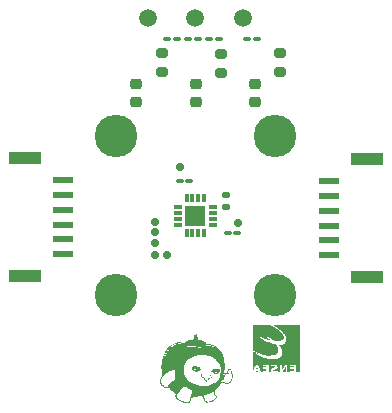
<source format=gbr>
%TF.GenerationSoftware,KiCad,Pcbnew,9.0.3*%
%TF.CreationDate,2025-09-12T10:42:05+02:00*%
%TF.ProjectId,FOC_CONTROLLER_V1,464f435f-434f-44e5-9452-4f4c4c45525f,rev?*%
%TF.SameCoordinates,Original*%
%TF.FileFunction,Soldermask,Bot*%
%TF.FilePolarity,Negative*%
%FSLAX46Y46*%
G04 Gerber Fmt 4.6, Leading zero omitted, Abs format (unit mm)*
G04 Created by KiCad (PCBNEW 9.0.3) date 2025-09-12 10:42:05*
%MOMM*%
%LPD*%
G01*
G04 APERTURE LIST*
G04 Aperture macros list*
%AMRoundRect*
0 Rectangle with rounded corners*
0 $1 Rounding radius*
0 $2 $3 $4 $5 $6 $7 $8 $9 X,Y pos of 4 corners*
0 Add a 4 corners polygon primitive as box body*
4,1,4,$2,$3,$4,$5,$6,$7,$8,$9,$2,$3,0*
0 Add four circle primitives for the rounded corners*
1,1,$1+$1,$2,$3*
1,1,$1+$1,$4,$5*
1,1,$1+$1,$6,$7*
1,1,$1+$1,$8,$9*
0 Add four rect primitives between the rounded corners*
20,1,$1+$1,$2,$3,$4,$5,0*
20,1,$1+$1,$4,$5,$6,$7,0*
20,1,$1+$1,$6,$7,$8,$9,0*
20,1,$1+$1,$8,$9,$2,$3,0*%
G04 Aperture macros list end*
%ADD10C,0.000000*%
%ADD11C,3.600000*%
%ADD12C,1.500000*%
%ADD13RoundRect,0.225000X0.250000X-0.225000X0.250000X0.225000X-0.250000X0.225000X-0.250000X-0.225000X0*%
%ADD14RoundRect,0.100000X0.217500X0.100000X-0.217500X0.100000X-0.217500X-0.100000X0.217500X-0.100000X0*%
%ADD15R,1.700000X0.600000*%
%ADD16R,2.700000X1.000000*%
%ADD17RoundRect,0.200000X-0.275000X0.200000X-0.275000X-0.200000X0.275000X-0.200000X0.275000X0.200000X0*%
%ADD18R,0.120000X0.500000*%
%ADD19C,0.700000*%
%ADD20RoundRect,0.100000X-0.217500X-0.100000X0.217500X-0.100000X0.217500X0.100000X-0.217500X0.100000X0*%
%ADD21R,0.300000X0.800000*%
%ADD22R,0.800000X0.300000*%
%ADD23R,1.800000X1.800000*%
%ADD24RoundRect,0.140000X0.170000X-0.140000X0.170000X0.140000X-0.170000X0.140000X-0.170000X-0.140000X0*%
G04 APERTURE END LIST*
D10*
%TO.C,G\u002A\u002A\u002A*%
G36*
X105026076Y-111512872D02*
G01*
X105023959Y-111514989D01*
X105021842Y-111512872D01*
X105023959Y-111510755D01*
X105026076Y-111512872D01*
G37*
G36*
X106101522Y-110280766D02*
G01*
X106099405Y-110282883D01*
X106097288Y-110280766D01*
X106099405Y-110278649D01*
X106101522Y-110280766D01*
G37*
G36*
X106224310Y-110348511D02*
G01*
X106222192Y-110350628D01*
X106220075Y-110348511D01*
X106222192Y-110346394D01*
X106224310Y-110348511D01*
G37*
G36*
X106245480Y-110361213D02*
G01*
X106243363Y-110363330D01*
X106241246Y-110361213D01*
X106243363Y-110359096D01*
X106245480Y-110361213D01*
G37*
G36*
X106266650Y-110373915D02*
G01*
X106264533Y-110376032D01*
X106262416Y-110373915D01*
X106264533Y-110371798D01*
X106266650Y-110373915D01*
G37*
G36*
X106275118Y-110378149D02*
G01*
X106273001Y-110380266D01*
X106270884Y-110378149D01*
X106273001Y-110376032D01*
X106275118Y-110378149D01*
G37*
G36*
X106287820Y-110386617D02*
G01*
X106285703Y-110388734D01*
X106283586Y-110386617D01*
X106285703Y-110384500D01*
X106287820Y-110386617D01*
G37*
G36*
X106296288Y-110390851D02*
G01*
X106294171Y-110392968D01*
X106292054Y-110390851D01*
X106294171Y-110388734D01*
X106296288Y-110390851D01*
G37*
G36*
X107261649Y-111161446D02*
G01*
X107259532Y-111163563D01*
X107257415Y-111161446D01*
X107259532Y-111159329D01*
X107261649Y-111161446D01*
G37*
G36*
X106086948Y-110270372D02*
G01*
X106090937Y-110274415D01*
X106091726Y-110275914D01*
X106091437Y-110278649D01*
X106090693Y-110278459D01*
X106086703Y-110274415D01*
X106085915Y-110272916D01*
X106086203Y-110270181D01*
X106086948Y-110270372D01*
G37*
G36*
X106230905Y-110350818D02*
G01*
X106234895Y-110354862D01*
X106235683Y-110356361D01*
X106235394Y-110359096D01*
X106234650Y-110358906D01*
X106230661Y-110354862D01*
X106229872Y-110353363D01*
X106230161Y-110350628D01*
X106230905Y-110350818D01*
G37*
G36*
X106252075Y-110363521D02*
G01*
X106256065Y-110367564D01*
X106256853Y-110369063D01*
X106256565Y-110371798D01*
X106255820Y-110371608D01*
X106251831Y-110367564D01*
X106251042Y-110366065D01*
X106251331Y-110363330D01*
X106252075Y-110363521D01*
G37*
G36*
X105216052Y-113141854D02*
G01*
X105337193Y-113142977D01*
X105359306Y-113207546D01*
X105381419Y-113272115D01*
X105216450Y-113272115D01*
X105207045Y-113272110D01*
X105171220Y-113271993D01*
X105138410Y-113271735D01*
X105109526Y-113271353D01*
X105085475Y-113270865D01*
X105067166Y-113270289D01*
X105055508Y-113269641D01*
X105051409Y-113268939D01*
X105051839Y-113267025D01*
X105054538Y-113258212D01*
X105059303Y-113243682D01*
X105065657Y-113224879D01*
X105073124Y-113203248D01*
X105094911Y-113140732D01*
X105216052Y-113141854D01*
G37*
G36*
X107199498Y-111899778D02*
G01*
X107197761Y-111904136D01*
X107189905Y-111916175D01*
X107177639Y-111930698D01*
X107162542Y-111945923D01*
X107146190Y-111960065D01*
X107136208Y-111967766D01*
X107127485Y-111974077D01*
X107123355Y-111976499D01*
X107124052Y-111974020D01*
X107129416Y-111966746D01*
X107138372Y-111956001D01*
X107149720Y-111943117D01*
X107162260Y-111929428D01*
X107174792Y-111916268D01*
X107186116Y-111904971D01*
X107195030Y-111896869D01*
X107196909Y-111895359D01*
X107200325Y-111894025D01*
X107199498Y-111899778D01*
G37*
G36*
X107297936Y-111597786D02*
G01*
X107298501Y-111607993D01*
X107297634Y-111626533D01*
X107292175Y-111667407D01*
X107278316Y-111718791D01*
X107257074Y-111769552D01*
X107228938Y-111818324D01*
X107221465Y-111829319D01*
X107215359Y-111837774D01*
X107212509Y-111841010D01*
X107212652Y-111839476D01*
X107215208Y-111832179D01*
X107219864Y-111820898D01*
X107220449Y-111819533D01*
X107226805Y-111803517D01*
X107234905Y-111781579D01*
X107244086Y-111755674D01*
X107253685Y-111727752D01*
X107263039Y-111699767D01*
X107271484Y-111673671D01*
X107278359Y-111651416D01*
X107282999Y-111634955D01*
X107287821Y-111617072D01*
X107292579Y-111602336D01*
X107295957Y-111595904D01*
X107297936Y-111597786D01*
G37*
G36*
X105216548Y-112793573D02*
G01*
X105219986Y-112802889D01*
X105225399Y-112818045D01*
X105232353Y-112837787D01*
X105240415Y-112860861D01*
X105249151Y-112886013D01*
X105258128Y-112911989D01*
X105266914Y-112937533D01*
X105275075Y-112961393D01*
X105282177Y-112982313D01*
X105287788Y-112999040D01*
X105291474Y-113010320D01*
X105292802Y-113014897D01*
X105288854Y-113015892D01*
X105277747Y-113016766D01*
X105260799Y-113017456D01*
X105239331Y-113017909D01*
X105214660Y-113018073D01*
X105136499Y-113018073D01*
X105175477Y-112904088D01*
X105177554Y-112898020D01*
X105187450Y-112869278D01*
X105196389Y-112843585D01*
X105204020Y-112821934D01*
X105209989Y-112805320D01*
X105213943Y-112794737D01*
X105215530Y-112791179D01*
X105216548Y-112793573D01*
G37*
G36*
X107634561Y-112832393D02*
G01*
X107635556Y-112836345D01*
X107636374Y-112843906D01*
X107637029Y-112855684D01*
X107637540Y-112872287D01*
X107637921Y-112894321D01*
X107638189Y-112922394D01*
X107638361Y-112957114D01*
X107638452Y-112999087D01*
X107638479Y-113048921D01*
X107638479Y-113272115D01*
X107498505Y-113272115D01*
X107472397Y-113272091D01*
X107438035Y-113271943D01*
X107411007Y-113271639D01*
X107390622Y-113271150D01*
X107376188Y-113270451D01*
X107367013Y-113269514D01*
X107362406Y-113268314D01*
X107361676Y-113266822D01*
X107366376Y-113259009D01*
X107375793Y-113243572D01*
X107388373Y-113223101D01*
X107403640Y-113198362D01*
X107421117Y-113170119D01*
X107440328Y-113139136D01*
X107460796Y-113106178D01*
X107482045Y-113072009D01*
X107503598Y-113037394D01*
X107524980Y-113003098D01*
X107545714Y-112969884D01*
X107565322Y-112938518D01*
X107583330Y-112909763D01*
X107599261Y-112884385D01*
X107612638Y-112863148D01*
X107622984Y-112846816D01*
X107629824Y-112836154D01*
X107632681Y-112831926D01*
X107633372Y-112831445D01*
X107634561Y-112832393D01*
G37*
G36*
X104873540Y-111434852D02*
G01*
X104881713Y-111438190D01*
X104895062Y-111444579D01*
X104912170Y-111453253D01*
X104931626Y-111463449D01*
X104952014Y-111474401D01*
X104971921Y-111485345D01*
X104989933Y-111495515D01*
X105004636Y-111504146D01*
X105014616Y-111510475D01*
X105018458Y-111513735D01*
X105020506Y-111515894D01*
X105029127Y-111521838D01*
X105043509Y-111530596D01*
X105062606Y-111541558D01*
X105085371Y-111554113D01*
X105110757Y-111567649D01*
X105127024Y-111576219D01*
X105152452Y-111589757D01*
X105175400Y-111602145D01*
X105194609Y-111612695D01*
X105208819Y-111620720D01*
X105216771Y-111625533D01*
X105224128Y-111629766D01*
X105238201Y-111637077D01*
X105257647Y-111646774D01*
X105281280Y-111658275D01*
X105307912Y-111670994D01*
X105336359Y-111684350D01*
X105338001Y-111685115D01*
X105365346Y-111697963D01*
X105389936Y-111709724D01*
X105410784Y-111719908D01*
X105426901Y-111728027D01*
X105437298Y-111733591D01*
X105440988Y-111736112D01*
X105440404Y-111737249D01*
X105437351Y-111737179D01*
X105430765Y-111735007D01*
X105419627Y-111730327D01*
X105402918Y-111722738D01*
X105379619Y-111711836D01*
X105366415Y-111705763D01*
X105347066Y-111697336D01*
X105330139Y-111690487D01*
X105318225Y-111686293D01*
X105311322Y-111684210D01*
X105288450Y-111676566D01*
X105266939Y-111668367D01*
X105249064Y-111660519D01*
X105237101Y-111653932D01*
X105233124Y-111651570D01*
X105220972Y-111645582D01*
X105204564Y-111638367D01*
X105186293Y-111631004D01*
X105176273Y-111626883D01*
X105157870Y-111618776D01*
X105134030Y-111607897D01*
X105105942Y-111594799D01*
X105074795Y-111580040D01*
X105041778Y-111564175D01*
X105008082Y-111547760D01*
X104869417Y-111479722D01*
X104869417Y-111457132D01*
X104869633Y-111448202D01*
X104870590Y-111438366D01*
X104872054Y-111434542D01*
X104873540Y-111434852D01*
G37*
G36*
X108870584Y-111273648D02*
G01*
X108870584Y-113272115D01*
X108688520Y-113272115D01*
X108506457Y-113272115D01*
X108506457Y-112941860D01*
X108506457Y-112611605D01*
X108267233Y-112611605D01*
X108028010Y-112611605D01*
X108028010Y-112677232D01*
X108028010Y-112742860D01*
X108182553Y-112742860D01*
X108337095Y-112742860D01*
X108337095Y-112797903D01*
X108337095Y-112852945D01*
X108193138Y-112852945D01*
X108049180Y-112852945D01*
X108049180Y-112918573D01*
X108049180Y-112984200D01*
X108193231Y-112984200D01*
X108337282Y-112984200D01*
X108336130Y-113063588D01*
X108334978Y-113142977D01*
X108181494Y-113144088D01*
X108028010Y-113145199D01*
X108028010Y-113208657D01*
X108028010Y-113272115D01*
X107911574Y-113272115D01*
X107795138Y-113272115D01*
X107795138Y-112941860D01*
X107795138Y-112611605D01*
X107691945Y-112611605D01*
X107588752Y-112611605D01*
X107470716Y-112796409D01*
X107352681Y-112981212D01*
X107351578Y-112796409D01*
X107350475Y-112611605D01*
X107270073Y-112611605D01*
X107189670Y-112611605D01*
X107189670Y-112941860D01*
X107189670Y-113272115D01*
X107023484Y-113271890D01*
X106857298Y-113271664D01*
X106891171Y-113261632D01*
X106893157Y-113261041D01*
X106912580Y-113255042D01*
X106931547Y-113248856D01*
X106946213Y-113243734D01*
X106967383Y-113235867D01*
X106968533Y-113154491D01*
X106968657Y-113145814D01*
X106968951Y-113117457D01*
X106968601Y-113096662D01*
X106967138Y-113082708D01*
X106964092Y-113074877D01*
X106958993Y-113072448D01*
X106951371Y-113074701D01*
X106940756Y-113080918D01*
X106926678Y-113090378D01*
X106900713Y-113106448D01*
X106866079Y-113123822D01*
X106830138Y-113137932D01*
X106793715Y-113148765D01*
X106757633Y-113156306D01*
X106722713Y-113160540D01*
X106689780Y-113161454D01*
X106659655Y-113159032D01*
X106633162Y-113153262D01*
X106611125Y-113144128D01*
X106594364Y-113131616D01*
X106583705Y-113115713D01*
X106579969Y-113096402D01*
X106580079Y-113092227D01*
X106582901Y-113077399D01*
X106590143Y-113065018D01*
X106602614Y-113054538D01*
X106621121Y-113045410D01*
X106646475Y-113037087D01*
X106679483Y-113029021D01*
X106690601Y-113026584D01*
X106722093Y-113019610D01*
X106747126Y-113013901D01*
X106767098Y-113009096D01*
X106783411Y-113004834D01*
X106797466Y-113000756D01*
X106810662Y-112996500D01*
X106824401Y-112991705D01*
X106851465Y-112980664D01*
X106888620Y-112959642D01*
X106918432Y-112934414D01*
X106940895Y-112904992D01*
X106955998Y-112871388D01*
X106963735Y-112833614D01*
X106964097Y-112791680D01*
X106961729Y-112773332D01*
X106950995Y-112737822D01*
X106932552Y-112705337D01*
X106906639Y-112676175D01*
X106873496Y-112650634D01*
X106833361Y-112629010D01*
X106832535Y-112628640D01*
X106806985Y-112618266D01*
X106782135Y-112610678D01*
X106755707Y-112605418D01*
X106725422Y-112602030D01*
X106689003Y-112600057D01*
X106677105Y-112599746D01*
X106626586Y-112600676D01*
X106576087Y-112604973D01*
X106527649Y-112612344D01*
X106483310Y-112622495D01*
X106445110Y-112635134D01*
X106427543Y-112642163D01*
X106427543Y-112720033D01*
X106427545Y-112730155D01*
X106427608Y-112754967D01*
X106427861Y-112772835D01*
X106428440Y-112784899D01*
X106429476Y-112792298D01*
X106431104Y-112796171D01*
X106433458Y-112797660D01*
X106436670Y-112797903D01*
X106438840Y-112797671D01*
X106448970Y-112793896D01*
X106460141Y-112786962D01*
X106472462Y-112778905D01*
X106491589Y-112768464D01*
X106514260Y-112757434D01*
X106538118Y-112746900D01*
X106560806Y-112737951D01*
X106579969Y-112731674D01*
X106588621Y-112729547D01*
X106608198Y-112726393D01*
X106632166Y-112724638D01*
X106662533Y-112724097D01*
X106664300Y-112724098D01*
X106687979Y-112724332D01*
X106705446Y-112725153D01*
X106718819Y-112726821D01*
X106730213Y-112729591D01*
X106741745Y-112733721D01*
X106751929Y-112738274D01*
X106771345Y-112751169D01*
X106783336Y-112766453D01*
X106787437Y-112783619D01*
X106787249Y-112789865D01*
X106785261Y-112801892D01*
X106780454Y-112812104D01*
X106772035Y-112820933D01*
X106759209Y-112828812D01*
X106741180Y-112836172D01*
X106717155Y-112843446D01*
X106686338Y-112851066D01*
X106647935Y-112859463D01*
X106639728Y-112861218D01*
X106585474Y-112874540D01*
X106539144Y-112889379D01*
X106500327Y-112906078D01*
X106468610Y-112924982D01*
X106443583Y-112946433D01*
X106424834Y-112970774D01*
X106411951Y-112998350D01*
X106404524Y-113029504D01*
X106402139Y-113064578D01*
X106403279Y-113086790D01*
X106411386Y-113125756D01*
X106427076Y-113161347D01*
X106450109Y-113193263D01*
X106480245Y-113221201D01*
X106517244Y-113244860D01*
X106560866Y-113263938D01*
X106563784Y-113264992D01*
X106567705Y-113266591D01*
X106569580Y-113267906D01*
X106568765Y-113268966D01*
X106564618Y-113269801D01*
X106556499Y-113270441D01*
X106543763Y-113270914D01*
X106525770Y-113271250D01*
X106501877Y-113271477D01*
X106471442Y-113271626D01*
X106433823Y-113271726D01*
X106388379Y-113271806D01*
X106194671Y-113272115D01*
X106194671Y-112941860D01*
X106194671Y-112611605D01*
X105955448Y-112611605D01*
X105716225Y-112611605D01*
X105716225Y-112677232D01*
X105716225Y-112742860D01*
X105868650Y-112742860D01*
X106021076Y-112742860D01*
X106021076Y-112797903D01*
X106021076Y-112852945D01*
X105879235Y-112852945D01*
X105737395Y-112852945D01*
X105737395Y-112918573D01*
X105737395Y-112984200D01*
X105879235Y-112984200D01*
X106021076Y-112984200D01*
X106021076Y-113064647D01*
X106021076Y-113145094D01*
X105868650Y-113145094D01*
X105716225Y-113145094D01*
X105716225Y-113208604D01*
X105716225Y-113272115D01*
X105636599Y-113272115D01*
X105556974Y-113272115D01*
X105434743Y-112941860D01*
X105312511Y-112611605D01*
X105212693Y-112611635D01*
X105112874Y-112611665D01*
X104992204Y-112937820D01*
X104871534Y-113263975D01*
X104870466Y-112382435D01*
X104870391Y-112316911D01*
X104870309Y-112232818D01*
X104870246Y-112151284D01*
X104870200Y-112072704D01*
X104870173Y-111997472D01*
X104870162Y-111925981D01*
X104870169Y-111858626D01*
X104870193Y-111795800D01*
X104870233Y-111737898D01*
X104870289Y-111685312D01*
X104870362Y-111638437D01*
X104870450Y-111597668D01*
X104870554Y-111563397D01*
X104870672Y-111536018D01*
X104870806Y-111515926D01*
X104870953Y-111503514D01*
X104871116Y-111499177D01*
X104873859Y-111499616D01*
X104882981Y-111503438D01*
X104897206Y-111510315D01*
X104915275Y-111519555D01*
X104935931Y-111530470D01*
X104957914Y-111542369D01*
X104979968Y-111554562D01*
X105000833Y-111566359D01*
X105019252Y-111577069D01*
X105033966Y-111586004D01*
X105043717Y-111592471D01*
X105047247Y-111595783D01*
X105047116Y-111596296D01*
X105042794Y-111596567D01*
X105034258Y-111593170D01*
X105033225Y-111592649D01*
X105023149Y-111588813D01*
X105016263Y-111588198D01*
X105015240Y-111588936D01*
X105015974Y-111590907D01*
X105019951Y-111594335D01*
X105027868Y-111599657D01*
X105040422Y-111607309D01*
X105058310Y-111617725D01*
X105082228Y-111631343D01*
X105112874Y-111648597D01*
X105130579Y-111658742D01*
X105147505Y-111668938D01*
X105159963Y-111677026D01*
X105166963Y-111682361D01*
X105167515Y-111684296D01*
X105167219Y-111684289D01*
X105159061Y-111681846D01*
X105146677Y-111675851D01*
X105132624Y-111667532D01*
X105118013Y-111658432D01*
X105102113Y-111649155D01*
X105089627Y-111642512D01*
X105080483Y-111638706D01*
X105073762Y-111637786D01*
X105073321Y-111640878D01*
X105079075Y-111647126D01*
X105090937Y-111655669D01*
X105102490Y-111663663D01*
X105117921Y-111675481D01*
X105132758Y-111687819D01*
X105134770Y-111689545D01*
X105151102Y-111702082D01*
X105170656Y-111715323D01*
X105189633Y-111726673D01*
X105194943Y-111729610D01*
X105211587Y-111739171D01*
X105226042Y-111747961D01*
X105235661Y-111754383D01*
X105242483Y-111758953D01*
X105256290Y-111767430D01*
X105274887Y-111778417D01*
X105296825Y-111791090D01*
X105320656Y-111804628D01*
X105344928Y-111818207D01*
X105368194Y-111831007D01*
X105389004Y-111842204D01*
X105405909Y-111850976D01*
X105409768Y-111852897D01*
X105431457Y-111863186D01*
X105459481Y-111875882D01*
X105492565Y-111890453D01*
X105529433Y-111906367D01*
X105568809Y-111923093D01*
X105609417Y-111940100D01*
X105649981Y-111956855D01*
X105689225Y-111972829D01*
X105725874Y-111987488D01*
X105758652Y-112000302D01*
X105786283Y-112010739D01*
X105807491Y-112018267D01*
X105846583Y-112031140D01*
X105884637Y-112042993D01*
X105920337Y-112053209D01*
X105955223Y-112062132D01*
X105990836Y-112070106D01*
X106028717Y-112077473D01*
X106070408Y-112084577D01*
X106117450Y-112091763D01*
X106171384Y-112099372D01*
X106175431Y-112099929D01*
X106199292Y-112103284D01*
X106221924Y-112106576D01*
X106240938Y-112109454D01*
X106253948Y-112111563D01*
X106267142Y-112113612D01*
X106287350Y-112116230D01*
X106306873Y-112118296D01*
X106308253Y-112118422D01*
X106327986Y-112120578D01*
X106350966Y-112123543D01*
X106372501Y-112126717D01*
X106390334Y-112129093D01*
X106414199Y-112131545D01*
X106440354Y-112133687D01*
X106465650Y-112135232D01*
X106468966Y-112135397D01*
X106491400Y-112136743D01*
X106511736Y-112138331D01*
X106527853Y-112139976D01*
X106537628Y-112141494D01*
X106544726Y-112143237D01*
X106547653Y-112144488D01*
X106543382Y-112145073D01*
X106531277Y-112145377D01*
X106527381Y-112145364D01*
X106512779Y-112144768D01*
X106492740Y-112143488D01*
X106469385Y-112141669D01*
X106444835Y-112139457D01*
X106422018Y-112137339D01*
X106401235Y-112135712D01*
X106387272Y-112135129D01*
X106379259Y-112135593D01*
X106376326Y-112137106D01*
X106377603Y-112139672D01*
X106378646Y-112140158D01*
X106386694Y-112141798D01*
X106401398Y-112143864D01*
X106421463Y-112146233D01*
X106445591Y-112148783D01*
X106472485Y-112151391D01*
X106500849Y-112153934D01*
X106529385Y-112156289D01*
X106556797Y-112158334D01*
X106581788Y-112159947D01*
X106603060Y-112161004D01*
X106612490Y-112161356D01*
X106632514Y-112161904D01*
X106649869Y-112161898D01*
X106666392Y-112161191D01*
X106683918Y-112159638D01*
X106704282Y-112157092D01*
X106729321Y-112153407D01*
X106760871Y-112148436D01*
X106786855Y-112144224D01*
X106822612Y-112138112D01*
X106852791Y-112132391D01*
X106879127Y-112126639D01*
X106903357Y-112120432D01*
X106927215Y-112113348D01*
X106952437Y-112104964D01*
X106980758Y-112094856D01*
X107000172Y-112087663D01*
X107039107Y-112072260D01*
X107071904Y-112057467D01*
X107100030Y-112042366D01*
X107124949Y-112026039D01*
X107148126Y-112007567D01*
X107171026Y-111986032D01*
X107195114Y-111960518D01*
X107197440Y-111957939D01*
X107237161Y-111910939D01*
X107269681Y-111865924D01*
X107295604Y-111821735D01*
X107315534Y-111777212D01*
X107330074Y-111731195D01*
X107339829Y-111682523D01*
X107341884Y-111666737D01*
X107344678Y-111637063D01*
X107346877Y-111603326D01*
X107348420Y-111567606D01*
X107349245Y-111531982D01*
X107349291Y-111498533D01*
X107348496Y-111469338D01*
X107346800Y-111446477D01*
X107346325Y-111442563D01*
X107340725Y-111410272D01*
X107332115Y-111374546D01*
X107321365Y-111338358D01*
X107309347Y-111304681D01*
X107296934Y-111276486D01*
X107293956Y-111270478D01*
X107285367Y-111252135D01*
X107277593Y-111234175D01*
X107271192Y-111218052D01*
X107266722Y-111205223D01*
X107264741Y-111197145D01*
X107265808Y-111195272D01*
X107267965Y-111195747D01*
X107270117Y-111191584D01*
X107269736Y-111188725D01*
X107265883Y-111182617D01*
X107262014Y-111177281D01*
X107262763Y-111170863D01*
X107268000Y-111167797D01*
X107268778Y-111167789D01*
X107272763Y-111167013D01*
X107273240Y-111164258D01*
X107269598Y-111158512D01*
X107261223Y-111148768D01*
X107247503Y-111134015D01*
X107242798Y-111128940D01*
X107226556Y-111110516D01*
X107209386Y-111089990D01*
X107194299Y-111070933D01*
X107183216Y-111057077D01*
X107165974Y-111036972D01*
X107147070Y-111016104D01*
X107128978Y-110997263D01*
X107128074Y-110996355D01*
X107112462Y-110980382D01*
X107098344Y-110965402D01*
X107087238Y-110953059D01*
X107080664Y-110944996D01*
X107071316Y-110931779D01*
X107165424Y-110929609D01*
X107169275Y-110929517D01*
X107220707Y-110927449D01*
X107265758Y-110923726D01*
X107306294Y-110917946D01*
X107344184Y-110909710D01*
X107381295Y-110898616D01*
X107419494Y-110884262D01*
X107460649Y-110866250D01*
X107482956Y-110855785D01*
X107505192Y-110844555D01*
X107523038Y-110833990D01*
X107538397Y-110822653D01*
X107553170Y-110809109D01*
X107569259Y-110791921D01*
X107588567Y-110769652D01*
X107618152Y-110732465D01*
X107651250Y-110682250D01*
X107676521Y-110631790D01*
X107694308Y-110580468D01*
X107696631Y-110570645D01*
X107700836Y-110543021D01*
X107703379Y-110510540D01*
X107704236Y-110475612D01*
X107703380Y-110440650D01*
X107700786Y-110408064D01*
X107696429Y-110380266D01*
X107687155Y-110343692D01*
X107672338Y-110297571D01*
X107653694Y-110248136D01*
X107632010Y-110197130D01*
X107608071Y-110146298D01*
X107582663Y-110097383D01*
X107556573Y-110052131D01*
X107530587Y-110012284D01*
X107507816Y-109980933D01*
X107450320Y-109909429D01*
X107384699Y-109837307D01*
X107311156Y-109764783D01*
X107229894Y-109692072D01*
X107168941Y-109641086D01*
X107095612Y-109583091D01*
X107022732Y-109529426D01*
X106948548Y-109478908D01*
X106871306Y-109430351D01*
X106789254Y-109382572D01*
X106700639Y-109334384D01*
X106698367Y-109333183D01*
X106677892Y-109322223D01*
X106658790Y-109311767D01*
X106643108Y-109302947D01*
X106632894Y-109296896D01*
X106629554Y-109294899D01*
X106613160Y-109286869D01*
X106596905Y-109280983D01*
X106596625Y-109280897D01*
X106596538Y-109280355D01*
X106599677Y-109279848D01*
X106606290Y-109279377D01*
X106616628Y-109278940D01*
X106630940Y-109278535D01*
X106649475Y-109278162D01*
X106672485Y-109277819D01*
X106700217Y-109277505D01*
X106732923Y-109277219D01*
X106770851Y-109276959D01*
X106814251Y-109276725D01*
X106863373Y-109276514D01*
X106918466Y-109276327D01*
X106979781Y-109276161D01*
X107047566Y-109276016D01*
X107122072Y-109275890D01*
X107203548Y-109275781D01*
X107292244Y-109275690D01*
X107388409Y-109275614D01*
X107492293Y-109275553D01*
X107604146Y-109275504D01*
X107724218Y-109275468D01*
X108870584Y-109275182D01*
X108870584Y-111273648D01*
G37*
G36*
X105676353Y-109275183D02*
G01*
X105764104Y-109275187D01*
X105844029Y-109275200D01*
X105916513Y-109275226D01*
X105981943Y-109275268D01*
X106040706Y-109275332D01*
X106093189Y-109275422D01*
X106139778Y-109275541D01*
X106180859Y-109275694D01*
X106216819Y-109275886D01*
X106248044Y-109276120D01*
X106274922Y-109276401D01*
X106297837Y-109276734D01*
X106317178Y-109277122D01*
X106333331Y-109277569D01*
X106346681Y-109278081D01*
X106357616Y-109278661D01*
X106366522Y-109279313D01*
X106373786Y-109280042D01*
X106379794Y-109280853D01*
X106384933Y-109281748D01*
X106389588Y-109282734D01*
X106394148Y-109283813D01*
X106398186Y-109284835D01*
X106426973Y-109293834D01*
X106462349Y-109307399D01*
X106503953Y-109325368D01*
X106551426Y-109347581D01*
X106604406Y-109373874D01*
X106662533Y-109404088D01*
X106683151Y-109415391D01*
X106721947Y-109438149D01*
X106764996Y-109464933D01*
X106810941Y-109494808D01*
X106858427Y-109526837D01*
X106906097Y-109560083D01*
X106952596Y-109593612D01*
X106996569Y-109626485D01*
X107036660Y-109657768D01*
X107071512Y-109686523D01*
X107100282Y-109711374D01*
X107146785Y-109752760D01*
X107187649Y-109790797D01*
X107222598Y-109825211D01*
X107251354Y-109855723D01*
X107273640Y-109882057D01*
X107289180Y-109903937D01*
X107292617Y-109909020D01*
X107302130Y-109921257D01*
X107312915Y-109933575D01*
X107317843Y-109938906D01*
X107339408Y-109963846D01*
X107361157Y-109991280D01*
X107381532Y-110019100D01*
X107398976Y-110045202D01*
X107411933Y-110067480D01*
X107422457Y-110089054D01*
X107434569Y-110116293D01*
X107447079Y-110146466D01*
X107459428Y-110178055D01*
X107471054Y-110209539D01*
X107481398Y-110239401D01*
X107489900Y-110266120D01*
X107496000Y-110288178D01*
X107499138Y-110304054D01*
X107502972Y-110337723D01*
X107505371Y-110364492D01*
X107506128Y-110385331D01*
X107505067Y-110401463D01*
X107502014Y-110414110D01*
X107496793Y-110424498D01*
X107489227Y-110433848D01*
X107479143Y-110443385D01*
X107473864Y-110447703D01*
X107456113Y-110459910D01*
X107433882Y-110473038D01*
X107409678Y-110485740D01*
X107386009Y-110496670D01*
X107365383Y-110504481D01*
X107358288Y-110506552D01*
X107341375Y-110510879D01*
X107320871Y-110515628D01*
X107299755Y-110520090D01*
X107283578Y-110523463D01*
X107263327Y-110528515D01*
X107249687Y-110533552D01*
X107241544Y-110539190D01*
X107237787Y-110546047D01*
X107237301Y-110554742D01*
X107237200Y-110563471D01*
X107233406Y-110568588D01*
X107223543Y-110572082D01*
X107216782Y-110573120D01*
X107201821Y-110574356D01*
X107180312Y-110575572D01*
X107153297Y-110576738D01*
X107121818Y-110577826D01*
X107086916Y-110578807D01*
X107049633Y-110579652D01*
X107011010Y-110580332D01*
X106972089Y-110580819D01*
X106933913Y-110581084D01*
X106897522Y-110581097D01*
X106866479Y-110580823D01*
X106839496Y-110580062D01*
X106816212Y-110578613D01*
X106794175Y-110576268D01*
X106770934Y-110572818D01*
X106744038Y-110568055D01*
X106735973Y-110567723D01*
X106732394Y-110570353D01*
X106732412Y-110570661D01*
X106736504Y-110575966D01*
X106745732Y-110581542D01*
X106757153Y-110585946D01*
X106767827Y-110587734D01*
X106768543Y-110587738D01*
X106780628Y-110589096D01*
X106788198Y-110592339D01*
X106789280Y-110596646D01*
X106789217Y-110596740D01*
X106783248Y-110599104D01*
X106771158Y-110600037D01*
X106755102Y-110599594D01*
X106737229Y-110597832D01*
X106719692Y-110594808D01*
X106714875Y-110593632D01*
X106702694Y-110589326D01*
X106689347Y-110582376D01*
X106673102Y-110571800D01*
X106652226Y-110556618D01*
X106639394Y-110547448D01*
X106621116Y-110535119D01*
X106599182Y-110520825D01*
X106574668Y-110505223D01*
X106548653Y-110488967D01*
X106522212Y-110472714D01*
X106496422Y-110457121D01*
X106472361Y-110442844D01*
X106451104Y-110430538D01*
X106433729Y-110420861D01*
X106421312Y-110414467D01*
X106414930Y-110412014D01*
X106409716Y-110410845D01*
X106395225Y-110404463D01*
X106374839Y-110392760D01*
X106348868Y-110375906D01*
X106347282Y-110374845D01*
X106331122Y-110364760D01*
X106310200Y-110352589D01*
X106287045Y-110339771D01*
X106264187Y-110327745D01*
X106240057Y-110315237D01*
X106211984Y-110300333D01*
X106184496Y-110285434D01*
X106161094Y-110272419D01*
X106159325Y-110271418D01*
X106134002Y-110257538D01*
X106108950Y-110244790D01*
X106082099Y-110232202D01*
X106051380Y-110218800D01*
X106014725Y-110203612D01*
X106002770Y-110198640D01*
X105985935Y-110191353D01*
X105972615Y-110185275D01*
X105967968Y-110183182D01*
X105958442Y-110179849D01*
X105953569Y-110179617D01*
X105953050Y-110180634D01*
X105955791Y-110184964D01*
X105965106Y-110191642D01*
X105981418Y-110200943D01*
X106005154Y-110213144D01*
X106010221Y-110215700D01*
X106030385Y-110226541D01*
X106047612Y-110236836D01*
X106060728Y-110245800D01*
X106068564Y-110252647D01*
X106069948Y-110256592D01*
X106070209Y-110259255D01*
X106075125Y-110264743D01*
X106075833Y-110265351D01*
X106075588Y-110266070D01*
X106069524Y-110263390D01*
X106057335Y-110257151D01*
X106038714Y-110247192D01*
X106013355Y-110233353D01*
X105980950Y-110215474D01*
X105971814Y-110210445D01*
X105952063Y-110199939D01*
X105938286Y-110193381D01*
X105929572Y-110190428D01*
X105925011Y-110190737D01*
X105923693Y-110193969D01*
X105923788Y-110194958D01*
X105927118Y-110198203D01*
X105931088Y-110199566D01*
X105938761Y-110204343D01*
X105943208Y-110207799D01*
X105943598Y-110209433D01*
X105936395Y-110208034D01*
X105925810Y-110205584D01*
X105934278Y-110214401D01*
X105941046Y-110220416D01*
X105952939Y-110229616D01*
X105966631Y-110239290D01*
X105972261Y-110243250D01*
X105986614Y-110254037D01*
X106004683Y-110268205D01*
X106024716Y-110284370D01*
X106044961Y-110301147D01*
X106053481Y-110308209D01*
X106076374Y-110326392D01*
X106099915Y-110344146D01*
X106121776Y-110359741D01*
X106139629Y-110371449D01*
X106149679Y-110377569D01*
X106170621Y-110390302D01*
X106195143Y-110405195D01*
X106220970Y-110420865D01*
X106245824Y-110435931D01*
X106252130Y-110439758D01*
X106280054Y-110456857D01*
X106307130Y-110473668D01*
X106332444Y-110489602D01*
X106355085Y-110504073D01*
X106374140Y-110516493D01*
X106388696Y-110526276D01*
X106397841Y-110532833D01*
X106400664Y-110535578D01*
X106400638Y-110535599D01*
X106395978Y-110535359D01*
X106385355Y-110533659D01*
X106371003Y-110530855D01*
X106354821Y-110527851D01*
X106342591Y-110527103D01*
X106330372Y-110528779D01*
X106314149Y-110533033D01*
X106299428Y-110536527D01*
X106278524Y-110539856D01*
X106260312Y-110541130D01*
X106246160Y-110540393D01*
X106219567Y-110536602D01*
X106190832Y-110530273D01*
X106163283Y-110522185D01*
X106140249Y-110513114D01*
X106130545Y-110508907D01*
X106114775Y-110503326D01*
X106102123Y-110500258D01*
X106101108Y-110500114D01*
X106088235Y-110497529D01*
X106078235Y-110494368D01*
X106074156Y-110492876D01*
X106062445Y-110489299D01*
X106046134Y-110484745D01*
X106027427Y-110479843D01*
X106005287Y-110474048D01*
X105977762Y-110466070D01*
X105956802Y-110458778D01*
X105941323Y-110451781D01*
X105930239Y-110444687D01*
X105929102Y-110443814D01*
X105919435Y-110437779D01*
X105912102Y-110435309D01*
X105908632Y-110434650D01*
X105898625Y-110430973D01*
X105886210Y-110425144D01*
X105885422Y-110424738D01*
X105869585Y-110417182D01*
X105852244Y-110409767D01*
X105835681Y-110403376D01*
X105822181Y-110398893D01*
X105814026Y-110397202D01*
X105812560Y-110397014D01*
X105804153Y-110393850D01*
X105793394Y-110388017D01*
X105786024Y-110383827D01*
X105770753Y-110376168D01*
X105754788Y-110369064D01*
X105744189Y-110364285D01*
X105738179Y-110360632D01*
X105738764Y-110359197D01*
X105743303Y-110358001D01*
X105745087Y-110351841D01*
X105744221Y-110349661D01*
X105739286Y-110345992D01*
X105728870Y-110342991D01*
X105711483Y-110340138D01*
X105708985Y-110339782D01*
X105692978Y-110336943D01*
X105680264Y-110333791D01*
X105673405Y-110330946D01*
X105672985Y-110330626D01*
X105664448Y-110326619D01*
X105652714Y-110323436D01*
X105647125Y-110322290D01*
X105627402Y-110317279D01*
X105604588Y-110310468D01*
X105581520Y-110302783D01*
X105561031Y-110295153D01*
X105545957Y-110288505D01*
X105539780Y-110285644D01*
X105522180Y-110279473D01*
X105505733Y-110275918D01*
X105493366Y-110275102D01*
X105483108Y-110276994D01*
X105473826Y-110282757D01*
X105471901Y-110284321D01*
X105464837Y-110291999D01*
X105463012Y-110300171D01*
X105466499Y-110310832D01*
X105475368Y-110325977D01*
X105480283Y-110333193D01*
X105501272Y-110357048D01*
X105528726Y-110379077D01*
X105563645Y-110400122D01*
X105579735Y-110408887D01*
X105602117Y-110421384D01*
X105626044Y-110434990D01*
X105648480Y-110447989D01*
X105668894Y-110459877D01*
X105691037Y-110472618D01*
X105711232Y-110484095D01*
X105726810Y-110492782D01*
X105739384Y-110499957D01*
X105758892Y-110511669D01*
X105780331Y-110525007D01*
X105800906Y-110538256D01*
X105801636Y-110538736D01*
X105826592Y-110554660D01*
X105851435Y-110569451D01*
X105877182Y-110583585D01*
X105904853Y-110597536D01*
X105935467Y-110611779D01*
X105970043Y-110626788D01*
X106009600Y-110643037D01*
X106055157Y-110661003D01*
X106107732Y-110681158D01*
X106113231Y-110683241D01*
X106147413Y-110696026D01*
X106174386Y-110705766D01*
X106194686Y-110712636D01*
X106208853Y-110716808D01*
X106217421Y-110718457D01*
X106220928Y-110717755D01*
X106221092Y-110717491D01*
X106223985Y-110708926D01*
X106223318Y-110701187D01*
X106219370Y-110697819D01*
X106217669Y-110697630D01*
X106216901Y-110695348D01*
X106217291Y-110695064D01*
X106223517Y-110695466D01*
X106233919Y-110699435D01*
X106246120Y-110705758D01*
X106257742Y-110713222D01*
X106266406Y-110720613D01*
X106271383Y-110724945D01*
X106285839Y-110733248D01*
X106304512Y-110740417D01*
X106306503Y-110741042D01*
X106326585Y-110748290D01*
X106348299Y-110757504D01*
X106369724Y-110767721D01*
X106388939Y-110777981D01*
X106404021Y-110787319D01*
X106413048Y-110794775D01*
X106417665Y-110799236D01*
X106425177Y-110803178D01*
X106436550Y-110805717D01*
X106454088Y-110807570D01*
X106459715Y-110808068D01*
X106476798Y-110810439D01*
X106488195Y-110813985D01*
X106496105Y-110819323D01*
X106499166Y-110821950D01*
X106513511Y-110830846D01*
X106533923Y-110839438D01*
X106560882Y-110847862D01*
X106594866Y-110856254D01*
X106636352Y-110864753D01*
X106685820Y-110873493D01*
X106695716Y-110875180D01*
X106720694Y-110879786D01*
X106744041Y-110884540D01*
X106763509Y-110888971D01*
X106776852Y-110892606D01*
X106788449Y-110896102D01*
X106806045Y-110900679D01*
X106820355Y-110903611D01*
X106827885Y-110905107D01*
X106835347Y-110908190D01*
X106842614Y-110913994D01*
X106851371Y-110923923D01*
X106863304Y-110939381D01*
X106866235Y-110943299D01*
X106886985Y-110972496D01*
X106908641Y-111005180D01*
X106930193Y-111039652D01*
X106950630Y-111074210D01*
X106968943Y-111107153D01*
X106984120Y-111136780D01*
X106995152Y-111161390D01*
X107001840Y-111178845D01*
X107010360Y-111204794D01*
X107016744Y-111230612D01*
X107021250Y-111258009D01*
X107024137Y-111288699D01*
X107025660Y-111324391D01*
X107026079Y-111366797D01*
X107026001Y-111391699D01*
X107025695Y-111417625D01*
X107025053Y-111437776D01*
X107023962Y-111453672D01*
X107022310Y-111466834D01*
X107019983Y-111478781D01*
X107016869Y-111491033D01*
X107003841Y-111528197D01*
X106984546Y-111568287D01*
X106960595Y-111608131D01*
X106933349Y-111645468D01*
X106904171Y-111678041D01*
X106892672Y-111689035D01*
X106881468Y-111698590D01*
X106869424Y-111707333D01*
X106855370Y-111715926D01*
X106838136Y-111725031D01*
X106816552Y-111735307D01*
X106789450Y-111747418D01*
X106755660Y-111762024D01*
X106741083Y-111768208D01*
X106720185Y-111776692D01*
X106701368Y-111783591D01*
X106682891Y-111789386D01*
X106663013Y-111794559D01*
X106639992Y-111799588D01*
X106612085Y-111804954D01*
X106577553Y-111811137D01*
X106569204Y-111812604D01*
X106530644Y-111819378D01*
X106498926Y-111824876D01*
X106472788Y-111829225D01*
X106450968Y-111832555D01*
X106432207Y-111834994D01*
X106415242Y-111836673D01*
X106398812Y-111837719D01*
X106381657Y-111838261D01*
X106362515Y-111838429D01*
X106340124Y-111838352D01*
X106313224Y-111838157D01*
X106293661Y-111837977D01*
X106265061Y-111837562D01*
X106239365Y-111837013D01*
X106217964Y-111836366D01*
X106202250Y-111835660D01*
X106193613Y-111834932D01*
X106192992Y-111834838D01*
X106182843Y-111834625D01*
X106177788Y-111836699D01*
X106178903Y-111839770D01*
X106187262Y-111842550D01*
X106189877Y-111843025D01*
X106200951Y-111845078D01*
X106216792Y-111848046D01*
X106234895Y-111851458D01*
X106263141Y-111855823D01*
X106297845Y-111859401D01*
X106335473Y-111861844D01*
X106374145Y-111863119D01*
X106411979Y-111863197D01*
X106447094Y-111862045D01*
X106477608Y-111859632D01*
X106501639Y-111855926D01*
X106509020Y-111854485D01*
X106510830Y-111855061D01*
X106505873Y-111858579D01*
X106500967Y-111861010D01*
X106488721Y-111865391D01*
X106474118Y-111869377D01*
X106466766Y-111870712D01*
X106452676Y-111872133D01*
X106433431Y-111873047D01*
X106408206Y-111873474D01*
X106376175Y-111873436D01*
X106336512Y-111872955D01*
X106333070Y-111872898D01*
X106228423Y-111869230D01*
X106130997Y-111861869D01*
X106040373Y-111850753D01*
X105956134Y-111835822D01*
X105877862Y-111817012D01*
X105805140Y-111794262D01*
X105793009Y-111790001D01*
X105768397Y-111781426D01*
X105740002Y-111771597D01*
X105710446Y-111761422D01*
X105682353Y-111751806D01*
X105659865Y-111744096D01*
X105637878Y-111736471D01*
X105619571Y-111730031D01*
X105606393Y-111725286D01*
X105599789Y-111722744D01*
X105598275Y-111722100D01*
X105588620Y-111718376D01*
X105574173Y-111713104D01*
X105557448Y-111707206D01*
X105552706Y-111705541D01*
X105536343Y-111699486D01*
X105522968Y-111694087D01*
X105515108Y-111690347D01*
X105507931Y-111686681D01*
X105496055Y-111682188D01*
X105495302Y-111681946D01*
X105487076Y-111678629D01*
X105472808Y-111672358D01*
X105453836Y-111663741D01*
X105431500Y-111653383D01*
X105407140Y-111641894D01*
X105405189Y-111640967D01*
X105379593Y-111628998D01*
X105354952Y-111617792D01*
X105332930Y-111608087D01*
X105315193Y-111600615D01*
X105303406Y-111596113D01*
X105292311Y-111592245D01*
X105273430Y-111585208D01*
X105257359Y-111578729D01*
X105248551Y-111575241D01*
X105237640Y-111572645D01*
X105231301Y-111574370D01*
X105228498Y-111576086D01*
X105222541Y-111576979D01*
X105213720Y-111575315D01*
X105200885Y-111570730D01*
X105182888Y-111562861D01*
X105158583Y-111551344D01*
X105154874Y-111549552D01*
X105137386Y-111541106D01*
X105114089Y-111529863D01*
X105086399Y-111516505D01*
X105055734Y-111501717D01*
X105023511Y-111486182D01*
X104991146Y-111470582D01*
X104869417Y-111411920D01*
X104869417Y-110343551D01*
X104869417Y-109275182D01*
X105614026Y-109275182D01*
X105676353Y-109275183D01*
G37*
G36*
X97362093Y-111898134D02*
G01*
X97360427Y-111899800D01*
X97358760Y-111898134D01*
X97360427Y-111896467D01*
X97362093Y-111898134D01*
G37*
G36*
X97392093Y-111818134D02*
G01*
X97390427Y-111819800D01*
X97388760Y-111818134D01*
X97390427Y-111816467D01*
X97392093Y-111818134D01*
G37*
G36*
X97398760Y-111801467D02*
G01*
X97397093Y-111803134D01*
X97395427Y-111801467D01*
X97397093Y-111799800D01*
X97398760Y-111801467D01*
G37*
G36*
X97402093Y-111794800D02*
G01*
X97400427Y-111796467D01*
X97398760Y-111794800D01*
X97400427Y-111793134D01*
X97402093Y-111794800D01*
G37*
G36*
X97408760Y-111778134D02*
G01*
X97407093Y-111779800D01*
X97405427Y-111778134D01*
X97407093Y-111776467D01*
X97408760Y-111778134D01*
G37*
G36*
X97412093Y-111771467D02*
G01*
X97410427Y-111773134D01*
X97408760Y-111771467D01*
X97410427Y-111769800D01*
X97412093Y-111771467D01*
G37*
G36*
X97418760Y-111754800D02*
G01*
X97417093Y-111756467D01*
X97415427Y-111754800D01*
X97417093Y-111753134D01*
X97418760Y-111754800D01*
G37*
G36*
X97422093Y-111748134D02*
G01*
X97420427Y-111749800D01*
X97418760Y-111748134D01*
X97420427Y-111746467D01*
X97422093Y-111748134D01*
G37*
G36*
X97428760Y-111734800D02*
G01*
X97427093Y-111736467D01*
X97425427Y-111734800D01*
X97427093Y-111733134D01*
X97428760Y-111734800D01*
G37*
G36*
X97438760Y-111711467D02*
G01*
X97437093Y-111713134D01*
X97435427Y-111711467D01*
X97437093Y-111709800D01*
X97438760Y-111711467D01*
G37*
G36*
X97442093Y-111704800D02*
G01*
X97440427Y-111706467D01*
X97438760Y-111704800D01*
X97440427Y-111703134D01*
X97442093Y-111704800D01*
G37*
G36*
X97445427Y-111698134D02*
G01*
X97443760Y-111699800D01*
X97442093Y-111698134D01*
X97443760Y-111696467D01*
X97445427Y-111698134D01*
G37*
G36*
X97448760Y-111691467D02*
G01*
X97447093Y-111693134D01*
X97445427Y-111691467D01*
X97447093Y-111689800D01*
X97448760Y-111691467D01*
G37*
G36*
X97452093Y-111684800D02*
G01*
X97450427Y-111686467D01*
X97448760Y-111684800D01*
X97450427Y-111683134D01*
X97452093Y-111684800D01*
G37*
G36*
X97455427Y-111678134D02*
G01*
X97453760Y-111679800D01*
X97452093Y-111678134D01*
X97453760Y-111676467D01*
X97455427Y-111678134D01*
G37*
G36*
X97458760Y-111671467D02*
G01*
X97457093Y-111673134D01*
X97455427Y-111671467D01*
X97457093Y-111669800D01*
X97458760Y-111671467D01*
G37*
G36*
X97462093Y-111664800D02*
G01*
X97460427Y-111666467D01*
X97458760Y-111664800D01*
X97460427Y-111663134D01*
X97462093Y-111664800D01*
G37*
G36*
X97465427Y-111658134D02*
G01*
X97463760Y-111659800D01*
X97462093Y-111658134D01*
X97463760Y-111656467D01*
X97465427Y-111658134D01*
G37*
G36*
X97475427Y-111641467D02*
G01*
X97473760Y-111643134D01*
X97472093Y-111641467D01*
X97473760Y-111639800D01*
X97475427Y-111641467D01*
G37*
G36*
X97478760Y-111634800D02*
G01*
X97477093Y-111636467D01*
X97475427Y-111634800D01*
X97477093Y-111633134D01*
X97478760Y-111634800D01*
G37*
G36*
X97482093Y-111628134D02*
G01*
X97480427Y-111629800D01*
X97478760Y-111628134D01*
X97480427Y-111626467D01*
X97482093Y-111628134D01*
G37*
G36*
X97485427Y-111621467D02*
G01*
X97483760Y-111623134D01*
X97482093Y-111621467D01*
X97483760Y-111619800D01*
X97485427Y-111621467D01*
G37*
G36*
X97495427Y-111604800D02*
G01*
X97493760Y-111606467D01*
X97492093Y-111604800D01*
X97493760Y-111603134D01*
X97495427Y-111604800D01*
G37*
G36*
X97498760Y-111598134D02*
G01*
X97497093Y-111599800D01*
X97495427Y-111598134D01*
X97497093Y-111596467D01*
X97498760Y-111598134D01*
G37*
G36*
X97505427Y-111588134D02*
G01*
X97503760Y-111589800D01*
X97502093Y-111588134D01*
X97503760Y-111586467D01*
X97505427Y-111588134D01*
G37*
G36*
X97535427Y-111541467D02*
G01*
X97533760Y-111543134D01*
X97532093Y-111541467D01*
X97533760Y-111539800D01*
X97535427Y-111541467D01*
G37*
G36*
X97558760Y-111508134D02*
G01*
X97557093Y-111509800D01*
X97555427Y-111508134D01*
X97557093Y-111506467D01*
X97558760Y-111508134D01*
G37*
G36*
X97578760Y-111481467D02*
G01*
X97577093Y-111483134D01*
X97575427Y-111481467D01*
X97577093Y-111479800D01*
X97578760Y-111481467D01*
G37*
G36*
X98032093Y-111018134D02*
G01*
X98030427Y-111019800D01*
X98028760Y-111018134D01*
X98030427Y-111016467D01*
X98032093Y-111018134D01*
G37*
G36*
X98052093Y-111004800D02*
G01*
X98050427Y-111006467D01*
X98048760Y-111004800D01*
X98050427Y-111003134D01*
X98052093Y-111004800D01*
G37*
G36*
X98062093Y-110998134D02*
G01*
X98060427Y-110999800D01*
X98058760Y-110998134D01*
X98060427Y-110996467D01*
X98062093Y-110998134D01*
G37*
G36*
X98072093Y-110991467D02*
G01*
X98070427Y-110993134D01*
X98068760Y-110991467D01*
X98070427Y-110989800D01*
X98072093Y-110991467D01*
G37*
G36*
X98098760Y-110974800D02*
G01*
X98097093Y-110976467D01*
X98095427Y-110974800D01*
X98097093Y-110973134D01*
X98098760Y-110974800D01*
G37*
G36*
X98108760Y-110968134D02*
G01*
X98107093Y-110969800D01*
X98105427Y-110968134D01*
X98107093Y-110966467D01*
X98108760Y-110968134D01*
G37*
G36*
X98115427Y-110964800D02*
G01*
X98113760Y-110966467D01*
X98112093Y-110964800D01*
X98113760Y-110963134D01*
X98115427Y-110964800D01*
G37*
G36*
X98132093Y-110954800D02*
G01*
X98130427Y-110956467D01*
X98128760Y-110954800D01*
X98130427Y-110953134D01*
X98132093Y-110954800D01*
G37*
G36*
X98142093Y-110948134D02*
G01*
X98140427Y-110949800D01*
X98138760Y-110948134D01*
X98140427Y-110946467D01*
X98142093Y-110948134D01*
G37*
G36*
X98148760Y-110944800D02*
G01*
X98147093Y-110946467D01*
X98145427Y-110944800D01*
X98147093Y-110943134D01*
X98148760Y-110944800D01*
G37*
G36*
X98155427Y-110941467D02*
G01*
X98153760Y-110943134D01*
X98152093Y-110941467D01*
X98153760Y-110939800D01*
X98155427Y-110941467D01*
G37*
G36*
X98162093Y-110938134D02*
G01*
X98160427Y-110939800D01*
X98158760Y-110938134D01*
X98160427Y-110936467D01*
X98162093Y-110938134D01*
G37*
G36*
X98172093Y-110931467D02*
G01*
X98170427Y-110933134D01*
X98168760Y-110931467D01*
X98170427Y-110929800D01*
X98172093Y-110931467D01*
G37*
G36*
X98178760Y-110928134D02*
G01*
X98177093Y-110929800D01*
X98175427Y-110928134D01*
X98177093Y-110926467D01*
X98178760Y-110928134D01*
G37*
G36*
X98192093Y-110921467D02*
G01*
X98190427Y-110923134D01*
X98188760Y-110921467D01*
X98190427Y-110919800D01*
X98192093Y-110921467D01*
G37*
G36*
X98198760Y-110918134D02*
G01*
X98197093Y-110919800D01*
X98195427Y-110918134D01*
X98197093Y-110916467D01*
X98198760Y-110918134D01*
G37*
G36*
X98205427Y-110914800D02*
G01*
X98203760Y-110916467D01*
X98202093Y-110914800D01*
X98203760Y-110913134D01*
X98205427Y-110914800D01*
G37*
G36*
X98212093Y-110911467D02*
G01*
X98210427Y-110913134D01*
X98208760Y-110911467D01*
X98210427Y-110909800D01*
X98212093Y-110911467D01*
G37*
G36*
X98218760Y-110908134D02*
G01*
X98217093Y-110909800D01*
X98215427Y-110908134D01*
X98217093Y-110906467D01*
X98218760Y-110908134D01*
G37*
G36*
X98228760Y-110904800D02*
G01*
X98227093Y-110906467D01*
X98225427Y-110904800D01*
X98227093Y-110903134D01*
X98228760Y-110904800D01*
G37*
G36*
X98242093Y-110898134D02*
G01*
X98240427Y-110899800D01*
X98238760Y-110898134D01*
X98240427Y-110896467D01*
X98242093Y-110898134D01*
G37*
G36*
X98248760Y-110894800D02*
G01*
X98247093Y-110896467D01*
X98245427Y-110894800D01*
X98247093Y-110893134D01*
X98248760Y-110894800D01*
G37*
G36*
X98255427Y-110891467D02*
G01*
X98253760Y-110893134D01*
X98252093Y-110891467D01*
X98253760Y-110889800D01*
X98255427Y-110891467D01*
G37*
G36*
X98282093Y-110881467D02*
G01*
X98280427Y-110883134D01*
X98278760Y-110881467D01*
X98280427Y-110879800D01*
X98282093Y-110881467D01*
G37*
G36*
X98288760Y-110878134D02*
G01*
X98287093Y-110879800D01*
X98285427Y-110878134D01*
X98287093Y-110876467D01*
X98288760Y-110878134D01*
G37*
G36*
X98305427Y-110871467D02*
G01*
X98303760Y-110873134D01*
X98302093Y-110871467D01*
X98303760Y-110869800D01*
X98305427Y-110871467D01*
G37*
G36*
X98352093Y-110854800D02*
G01*
X98350427Y-110856467D01*
X98348760Y-110854800D01*
X98350427Y-110853134D01*
X98352093Y-110854800D01*
G37*
G36*
X98372093Y-110848134D02*
G01*
X98370427Y-110849800D01*
X98368760Y-110848134D01*
X98370427Y-110846467D01*
X98372093Y-110848134D01*
G37*
G36*
X98972093Y-111191467D02*
G01*
X98970427Y-111193134D01*
X98968760Y-111191467D01*
X98970427Y-111189800D01*
X98972093Y-111191467D01*
G37*
G36*
X98982093Y-111184800D02*
G01*
X98980427Y-111186467D01*
X98978760Y-111184800D01*
X98980427Y-111183134D01*
X98982093Y-111184800D01*
G37*
G36*
X98992093Y-111178134D02*
G01*
X98990427Y-111179800D01*
X98988760Y-111178134D01*
X98990427Y-111176467D01*
X98992093Y-111178134D01*
G37*
G36*
X98998760Y-111174800D02*
G01*
X98997093Y-111176467D01*
X98995427Y-111174800D01*
X98997093Y-111173134D01*
X98998760Y-111174800D01*
G37*
G36*
X99022093Y-111161467D02*
G01*
X99020427Y-111163134D01*
X99018760Y-111161467D01*
X99020427Y-111159800D01*
X99022093Y-111161467D01*
G37*
G36*
X99028760Y-111158134D02*
G01*
X99027093Y-111159800D01*
X99025427Y-111158134D01*
X99027093Y-111156467D01*
X99028760Y-111158134D01*
G37*
G36*
X99035427Y-111154800D02*
G01*
X99033760Y-111156467D01*
X99032093Y-111154800D01*
X99033760Y-111153134D01*
X99035427Y-111154800D01*
G37*
G36*
X99042093Y-111151467D02*
G01*
X99040427Y-111153134D01*
X99038760Y-111151467D01*
X99040427Y-111149800D01*
X99042093Y-111151467D01*
G37*
G36*
X99078760Y-111134800D02*
G01*
X99077093Y-111136467D01*
X99075427Y-111134800D01*
X99077093Y-111133134D01*
X99078760Y-111134800D01*
G37*
G36*
X99085427Y-111131467D02*
G01*
X99083760Y-111133134D01*
X99082093Y-111131467D01*
X99083760Y-111129800D01*
X99085427Y-111131467D01*
G37*
G36*
X99112093Y-111121467D02*
G01*
X99110427Y-111123134D01*
X99108760Y-111121467D01*
X99110427Y-111119800D01*
X99112093Y-111121467D01*
G37*
G36*
X100478760Y-111168134D02*
G01*
X100477093Y-111169800D01*
X100475427Y-111168134D01*
X100477093Y-111166467D01*
X100478760Y-111168134D01*
G37*
G36*
X100488760Y-111171467D02*
G01*
X100487093Y-111173134D01*
X100485427Y-111171467D01*
X100487093Y-111169800D01*
X100488760Y-111171467D01*
G37*
G36*
X100505427Y-111178134D02*
G01*
X100503760Y-111179800D01*
X100502093Y-111178134D01*
X100503760Y-111176467D01*
X100505427Y-111178134D01*
G37*
G36*
X100522093Y-111184800D02*
G01*
X100520427Y-111186467D01*
X100518760Y-111184800D01*
X100520427Y-111183134D01*
X100522093Y-111184800D01*
G37*
G36*
X100528760Y-111188134D02*
G01*
X100527093Y-111189800D01*
X100525427Y-111188134D01*
X100527093Y-111186467D01*
X100528760Y-111188134D01*
G37*
G36*
X100538760Y-111191467D02*
G01*
X100537093Y-111193134D01*
X100535427Y-111191467D01*
X100537093Y-111189800D01*
X100538760Y-111191467D01*
G37*
G36*
X100568760Y-111204800D02*
G01*
X100567093Y-111206467D01*
X100565427Y-111204800D01*
X100567093Y-111203134D01*
X100568760Y-111204800D01*
G37*
G36*
X100575427Y-111208134D02*
G01*
X100573760Y-111209800D01*
X100572093Y-111208134D01*
X100573760Y-111206467D01*
X100575427Y-111208134D01*
G37*
G36*
X100608760Y-111224800D02*
G01*
X100607093Y-111226467D01*
X100605427Y-111224800D01*
X100607093Y-111223134D01*
X100608760Y-111224800D01*
G37*
G36*
X100615427Y-111228134D02*
G01*
X100613760Y-111229800D01*
X100612093Y-111228134D01*
X100613760Y-111226467D01*
X100615427Y-111228134D01*
G37*
G36*
X100628760Y-111234800D02*
G01*
X100627093Y-111236467D01*
X100625427Y-111234800D01*
X100627093Y-111233134D01*
X100628760Y-111234800D01*
G37*
G36*
X100635427Y-111238134D02*
G01*
X100633760Y-111239800D01*
X100632093Y-111238134D01*
X100633760Y-111236467D01*
X100635427Y-111238134D01*
G37*
G36*
X100642093Y-111241467D02*
G01*
X100640427Y-111243134D01*
X100638760Y-111241467D01*
X100640427Y-111239800D01*
X100642093Y-111241467D01*
G37*
G36*
X100648760Y-111244800D02*
G01*
X100647093Y-111246467D01*
X100645427Y-111244800D01*
X100647093Y-111243134D01*
X100648760Y-111244800D01*
G37*
G36*
X100672093Y-111258134D02*
G01*
X100670427Y-111259800D01*
X100668760Y-111258134D01*
X100670427Y-111256467D01*
X100672093Y-111258134D01*
G37*
G36*
X100688760Y-111268134D02*
G01*
X100687093Y-111269800D01*
X100685427Y-111268134D01*
X100687093Y-111266467D01*
X100688760Y-111268134D01*
G37*
G36*
X100695427Y-111271467D02*
G01*
X100693760Y-111273134D01*
X100692093Y-111271467D01*
X100693760Y-111269800D01*
X100695427Y-111271467D01*
G37*
G36*
X100705427Y-111278134D02*
G01*
X100703760Y-111279800D01*
X100702093Y-111278134D01*
X100703760Y-111276467D01*
X100705427Y-111278134D01*
G37*
G36*
X100722093Y-111288134D02*
G01*
X100720427Y-111289800D01*
X100718760Y-111288134D01*
X100720427Y-111286467D01*
X100722093Y-111288134D01*
G37*
G36*
X100735427Y-111294800D02*
G01*
X100733760Y-111296467D01*
X100732093Y-111294800D01*
X100733760Y-111293134D01*
X100735427Y-111294800D01*
G37*
G36*
X100742093Y-111298134D02*
G01*
X100740427Y-111299800D01*
X100738760Y-111298134D01*
X100740427Y-111296467D01*
X100742093Y-111298134D01*
G37*
G36*
X100758760Y-111308134D02*
G01*
X100757093Y-111309800D01*
X100755427Y-111308134D01*
X100757093Y-111306467D01*
X100758760Y-111308134D01*
G37*
G36*
X100765427Y-111311467D02*
G01*
X100763760Y-111313134D01*
X100762093Y-111311467D01*
X100763760Y-111309800D01*
X100765427Y-111311467D01*
G37*
G36*
X100772093Y-111314800D02*
G01*
X100770427Y-111316467D01*
X100768760Y-111314800D01*
X100770427Y-111313134D01*
X100772093Y-111314800D01*
G37*
G36*
X100788760Y-111324800D02*
G01*
X100787093Y-111326467D01*
X100785427Y-111324800D01*
X100787093Y-111323134D01*
X100788760Y-111324800D01*
G37*
G36*
X100798760Y-111331467D02*
G01*
X100797093Y-111333134D01*
X100795427Y-111331467D01*
X100797093Y-111329800D01*
X100798760Y-111331467D01*
G37*
G36*
X100805427Y-111334800D02*
G01*
X100803760Y-111336467D01*
X100802093Y-111334800D01*
X100803760Y-111333134D01*
X100805427Y-111334800D01*
G37*
G36*
X101425427Y-111014800D02*
G01*
X101423760Y-111016467D01*
X101422093Y-111014800D01*
X101423760Y-111013134D01*
X101425427Y-111014800D01*
G37*
G36*
X101442093Y-111021467D02*
G01*
X101440427Y-111023134D01*
X101438760Y-111021467D01*
X101440427Y-111019800D01*
X101442093Y-111021467D01*
G37*
G36*
X101468760Y-111031467D02*
G01*
X101467093Y-111033134D01*
X101465427Y-111031467D01*
X101467093Y-111029800D01*
X101468760Y-111031467D01*
G37*
G36*
X101498760Y-111044800D02*
G01*
X101497093Y-111046467D01*
X101495427Y-111044800D01*
X101497093Y-111043134D01*
X101498760Y-111044800D01*
G37*
G36*
X101522093Y-111054800D02*
G01*
X101520427Y-111056467D01*
X101518760Y-111054800D01*
X101520427Y-111053134D01*
X101522093Y-111054800D01*
G37*
G36*
X101542093Y-111064800D02*
G01*
X101540427Y-111066467D01*
X101538760Y-111064800D01*
X101540427Y-111063134D01*
X101542093Y-111064800D01*
G37*
G36*
X101555427Y-111071467D02*
G01*
X101553760Y-111073134D01*
X101552093Y-111071467D01*
X101553760Y-111069800D01*
X101555427Y-111071467D01*
G37*
G36*
X101562093Y-111074800D02*
G01*
X101560427Y-111076467D01*
X101558760Y-111074800D01*
X101560427Y-111073134D01*
X101562093Y-111074800D01*
G37*
G36*
X101578760Y-111084800D02*
G01*
X101577093Y-111086467D01*
X101575427Y-111084800D01*
X101577093Y-111083134D01*
X101578760Y-111084800D01*
G37*
G36*
X101585427Y-111088134D02*
G01*
X101583760Y-111089800D01*
X101582093Y-111088134D01*
X101583760Y-111086467D01*
X101585427Y-111088134D01*
G37*
G36*
X101592093Y-111091467D02*
G01*
X101590427Y-111093134D01*
X101588760Y-111091467D01*
X101590427Y-111089800D01*
X101592093Y-111091467D01*
G37*
G36*
X101598760Y-111094800D02*
G01*
X101597093Y-111096467D01*
X101595427Y-111094800D01*
X101597093Y-111093134D01*
X101598760Y-111094800D01*
G37*
G36*
X101615427Y-111104800D02*
G01*
X101613760Y-111106467D01*
X101612093Y-111104800D01*
X101613760Y-111103134D01*
X101615427Y-111104800D01*
G37*
G36*
X101638760Y-111118134D02*
G01*
X101637093Y-111119800D01*
X101635427Y-111118134D01*
X101637093Y-111116467D01*
X101638760Y-111118134D01*
G37*
G36*
X101648760Y-111124800D02*
G01*
X101647093Y-111126467D01*
X101645427Y-111124800D01*
X101647093Y-111123134D01*
X101648760Y-111124800D01*
G37*
G36*
X101665427Y-111134800D02*
G01*
X101663760Y-111136467D01*
X101662093Y-111134800D01*
X101663760Y-111133134D01*
X101665427Y-111134800D01*
G37*
G36*
X101675427Y-111141467D02*
G01*
X101673760Y-111143134D01*
X101672093Y-111141467D01*
X101673760Y-111139800D01*
X101675427Y-111141467D01*
G37*
G36*
X101685427Y-111148134D02*
G01*
X101683760Y-111149800D01*
X101682093Y-111148134D01*
X101683760Y-111146467D01*
X101685427Y-111148134D01*
G37*
G36*
X101715427Y-111168134D02*
G01*
X101713760Y-111169800D01*
X101712093Y-111168134D01*
X101713760Y-111166467D01*
X101715427Y-111168134D01*
G37*
G36*
X101895427Y-111318134D02*
G01*
X101893760Y-111319800D01*
X101892093Y-111318134D01*
X101893760Y-111316467D01*
X101895427Y-111318134D01*
G37*
G36*
X102075427Y-111521467D02*
G01*
X102073760Y-111523134D01*
X102072093Y-111521467D01*
X102073760Y-111519800D01*
X102075427Y-111521467D01*
G37*
G36*
X102092093Y-111544800D02*
G01*
X102090427Y-111546467D01*
X102088760Y-111544800D01*
X102090427Y-111543134D01*
X102092093Y-111544800D01*
G37*
G36*
X102138760Y-111614800D02*
G01*
X102137093Y-111616467D01*
X102135427Y-111614800D01*
X102137093Y-111613134D01*
X102138760Y-111614800D01*
G37*
G36*
X102155427Y-111641467D02*
G01*
X102153760Y-111643134D01*
X102152093Y-111641467D01*
X102153760Y-111639800D01*
X102155427Y-111641467D01*
G37*
G36*
X102158760Y-111648134D02*
G01*
X102157093Y-111649800D01*
X102155427Y-111648134D01*
X102157093Y-111646467D01*
X102158760Y-111648134D01*
G37*
G36*
X102168760Y-111664800D02*
G01*
X102167093Y-111666467D01*
X102165427Y-111664800D01*
X102167093Y-111663134D01*
X102168760Y-111664800D01*
G37*
G36*
X102182093Y-111688134D02*
G01*
X102180427Y-111689800D01*
X102178760Y-111688134D01*
X102180427Y-111686467D01*
X102182093Y-111688134D01*
G37*
G36*
X102185427Y-111694800D02*
G01*
X102183760Y-111696467D01*
X102182093Y-111694800D01*
X102183760Y-111693134D01*
X102185427Y-111694800D01*
G37*
G36*
X102195427Y-111711467D02*
G01*
X102193760Y-111713134D01*
X102192093Y-111711467D01*
X102193760Y-111709800D01*
X102195427Y-111711467D01*
G37*
G36*
X102198760Y-111718134D02*
G01*
X102197093Y-111719800D01*
X102195427Y-111718134D01*
X102197093Y-111716467D01*
X102198760Y-111718134D01*
G37*
G36*
X102202093Y-111724800D02*
G01*
X102200427Y-111726467D01*
X102198760Y-111724800D01*
X102200427Y-111723134D01*
X102202093Y-111724800D01*
G37*
G36*
X102205427Y-111731467D02*
G01*
X102203760Y-111733134D01*
X102202093Y-111731467D01*
X102203760Y-111729800D01*
X102205427Y-111731467D01*
G37*
G36*
X102208760Y-111738134D02*
G01*
X102207093Y-111739800D01*
X102205427Y-111738134D01*
X102207093Y-111736467D01*
X102208760Y-111738134D01*
G37*
G36*
X102232093Y-111781467D02*
G01*
X102230427Y-111783134D01*
X102228760Y-111781467D01*
X102230427Y-111779800D01*
X102232093Y-111781467D01*
G37*
G36*
X102238760Y-111798134D02*
G01*
X102237093Y-111799800D01*
X102235427Y-111798134D01*
X102237093Y-111796467D01*
X102238760Y-111798134D01*
G37*
G36*
X97520745Y-111562618D02*
G01*
X97520302Y-111563297D01*
X97517009Y-111566367D01*
X97515427Y-111564997D01*
X97515725Y-111564247D01*
X97519275Y-111561149D01*
X97521138Y-111560337D01*
X97520745Y-111562618D01*
G37*
G36*
X97540745Y-111532618D02*
G01*
X97540302Y-111533297D01*
X97537009Y-111536367D01*
X97535427Y-111534997D01*
X97535725Y-111534247D01*
X97539275Y-111531149D01*
X97541138Y-111530337D01*
X97540745Y-111532618D01*
G37*
G36*
X97550745Y-111519285D02*
G01*
X97550302Y-111519964D01*
X97547009Y-111523034D01*
X97545427Y-111521664D01*
X97545725Y-111520914D01*
X97549275Y-111517815D01*
X97551138Y-111517004D01*
X97550745Y-111519285D01*
G37*
G36*
X97650744Y-111388967D02*
G01*
X97648386Y-111391677D01*
X97643619Y-111396157D01*
X97642093Y-111395317D01*
X97644252Y-111392684D01*
X97649593Y-111387817D01*
X97657093Y-111381467D01*
X97650744Y-111388967D01*
G37*
G36*
X97934078Y-111089285D02*
G01*
X97933636Y-111089964D01*
X97930342Y-111093034D01*
X97928760Y-111091664D01*
X97929058Y-111090914D01*
X97932609Y-111087815D01*
X97934471Y-111087004D01*
X97934078Y-111089285D01*
G37*
G36*
X97987412Y-111049285D02*
G01*
X97986969Y-111049964D01*
X97983675Y-111053034D01*
X97982093Y-111051664D01*
X97982391Y-111050914D01*
X97985942Y-111047815D01*
X97987805Y-111047004D01*
X97987412Y-111049285D01*
G37*
G36*
X97997412Y-111042618D02*
G01*
X97996969Y-111043297D01*
X97993675Y-111046367D01*
X97992093Y-111044997D01*
X97992391Y-111044247D01*
X97995942Y-111041149D01*
X97997805Y-111040337D01*
X97997412Y-111042618D01*
G37*
G36*
X98010745Y-111032618D02*
G01*
X98010302Y-111033297D01*
X98007009Y-111036367D01*
X98005427Y-111034997D01*
X98005725Y-111034247D01*
X98009275Y-111031149D01*
X98011138Y-111030337D01*
X98010745Y-111032618D01*
G37*
G36*
X97569185Y-111493967D02*
G01*
X97566134Y-111497522D01*
X97563352Y-111499800D01*
X97562767Y-111499745D01*
X97562745Y-111497574D01*
X97567927Y-111492708D01*
X97570342Y-111490846D01*
X97572068Y-111490019D01*
X97569185Y-111493967D01*
G37*
G36*
X97602519Y-111450634D02*
G01*
X97601480Y-111451924D01*
X97597048Y-111456206D01*
X97595427Y-111455208D01*
X97596644Y-111453487D01*
X97601260Y-111449375D01*
X97603675Y-111447513D01*
X97605402Y-111446685D01*
X97602519Y-111450634D01*
G37*
G36*
X97615852Y-111433967D02*
G01*
X97612801Y-111437522D01*
X97610019Y-111439800D01*
X97609434Y-111439745D01*
X97609411Y-111437574D01*
X97614593Y-111432708D01*
X97617009Y-111430846D01*
X97618735Y-111430019D01*
X97615852Y-111433967D01*
G37*
G36*
X97705852Y-111320634D02*
G01*
X97704813Y-111321924D01*
X97700382Y-111326206D01*
X97698760Y-111325208D01*
X97699977Y-111323487D01*
X97704593Y-111319375D01*
X97707009Y-111317513D01*
X97708735Y-111316685D01*
X97705852Y-111320634D01*
G37*
G36*
X97815679Y-111200634D02*
G01*
X97810771Y-111206002D01*
X97806653Y-111209579D01*
X97805427Y-111208715D01*
X97805536Y-111208451D01*
X97808610Y-111205087D01*
X97814593Y-111199548D01*
X97823760Y-111191467D01*
X97815679Y-111200634D01*
G37*
G36*
X100747286Y-111299950D02*
G01*
X100750427Y-111303134D01*
X100751048Y-111304314D01*
X100750820Y-111306467D01*
X100750234Y-111306317D01*
X100747093Y-111303134D01*
X100746473Y-111301953D01*
X100746700Y-111299800D01*
X100747286Y-111299950D01*
G37*
G36*
X101603953Y-111096617D02*
G01*
X101607093Y-111099800D01*
X101607714Y-111100980D01*
X101607487Y-111103134D01*
X101606901Y-111102984D01*
X101603760Y-111099800D01*
X101603139Y-111098620D01*
X101603367Y-111096467D01*
X101603953Y-111096617D01*
G37*
G36*
X101627286Y-111109950D02*
G01*
X101630427Y-111113134D01*
X101631048Y-111114314D01*
X101630820Y-111116467D01*
X101630234Y-111116317D01*
X101627093Y-111113134D01*
X101626473Y-111111953D01*
X101626700Y-111109800D01*
X101627286Y-111109950D01*
G37*
G36*
X101723953Y-111173283D02*
G01*
X101727093Y-111176467D01*
X101727714Y-111177647D01*
X101727487Y-111179800D01*
X101726901Y-111179650D01*
X101723760Y-111176467D01*
X101723139Y-111175287D01*
X101723367Y-111173134D01*
X101723953Y-111173283D01*
G37*
G36*
X101737286Y-111183283D02*
G01*
X101740427Y-111186467D01*
X101741048Y-111187647D01*
X101740820Y-111189800D01*
X101740234Y-111189650D01*
X101737093Y-111186467D01*
X101736473Y-111185287D01*
X101736700Y-111183134D01*
X101737286Y-111183283D01*
G37*
G36*
X101749593Y-111192708D02*
G01*
X101753149Y-111195759D01*
X101755427Y-111198542D01*
X101755372Y-111199127D01*
X101753200Y-111199149D01*
X101748335Y-111193967D01*
X101746473Y-111191552D01*
X101745645Y-111189825D01*
X101749593Y-111192708D01*
G37*
G36*
X101938751Y-111361537D02*
G01*
X101943760Y-111366467D01*
X101947450Y-111371052D01*
X101948127Y-111373134D01*
X101945436Y-111371397D01*
X101940427Y-111366467D01*
X101936737Y-111361882D01*
X101936060Y-111359800D01*
X101938751Y-111361537D01*
G37*
G36*
X102009593Y-111439375D02*
G01*
X102013149Y-111442426D01*
X102015427Y-111445208D01*
X102015372Y-111445793D01*
X102013200Y-111445816D01*
X102008335Y-111440634D01*
X102006473Y-111438218D01*
X102005645Y-111436492D01*
X102009593Y-111439375D01*
G37*
G36*
X102026260Y-111459375D02*
G01*
X102029816Y-111462426D01*
X102032093Y-111465208D01*
X102032039Y-111465793D01*
X102029867Y-111465816D01*
X102025002Y-111460634D01*
X102023140Y-111458218D01*
X102022312Y-111456492D01*
X102026260Y-111459375D01*
G37*
G36*
X102035418Y-111471537D02*
G01*
X102040427Y-111476467D01*
X102044117Y-111481052D01*
X102044793Y-111483134D01*
X102042103Y-111481397D01*
X102037093Y-111476467D01*
X102033404Y-111471882D01*
X102032727Y-111469800D01*
X102035418Y-111471537D01*
G37*
G36*
X102050619Y-111489950D02*
G01*
X102053760Y-111493134D01*
X102054381Y-111494314D01*
X102054154Y-111496467D01*
X102053568Y-111496317D01*
X102050427Y-111493134D01*
X102049806Y-111491953D01*
X102050033Y-111489800D01*
X102050619Y-111489950D01*
G37*
G36*
X102079593Y-111529375D02*
G01*
X102083149Y-111532426D01*
X102085427Y-111535208D01*
X102085372Y-111535793D01*
X102083200Y-111535816D01*
X102078335Y-111530634D01*
X102076473Y-111528218D01*
X102075645Y-111526492D01*
X102079593Y-111529375D01*
G37*
G36*
X102110619Y-111573283D02*
G01*
X102113760Y-111576467D01*
X102114381Y-111577647D01*
X102114154Y-111579800D01*
X102113568Y-111579650D01*
X102110427Y-111576467D01*
X102109806Y-111575287D01*
X102110033Y-111573134D01*
X102110619Y-111573283D01*
G37*
G36*
X102123953Y-111593283D02*
G01*
X102127093Y-111596467D01*
X102127714Y-111597647D01*
X102127487Y-111599800D01*
X102126901Y-111599650D01*
X102123760Y-111596467D01*
X102123139Y-111595287D01*
X102123367Y-111593134D01*
X102123953Y-111593283D01*
G37*
G36*
X102140619Y-111619950D02*
G01*
X102143760Y-111623134D01*
X102144381Y-111624314D01*
X102144154Y-111626467D01*
X102143568Y-111626317D01*
X102140427Y-111623134D01*
X102139806Y-111621953D01*
X102140033Y-111619800D01*
X102140619Y-111619950D01*
G37*
G36*
X102160619Y-111653283D02*
G01*
X102163760Y-111656467D01*
X102164381Y-111657647D01*
X102164154Y-111659800D01*
X102163568Y-111659650D01*
X102160427Y-111656467D01*
X102159806Y-111655287D01*
X102160033Y-111653134D01*
X102160619Y-111653283D01*
G37*
G36*
X102170619Y-111669950D02*
G01*
X102173760Y-111673134D01*
X102174381Y-111674314D01*
X102174154Y-111676467D01*
X102173568Y-111676317D01*
X102170427Y-111673134D01*
X102169806Y-111671953D01*
X102170033Y-111669800D01*
X102170619Y-111669950D01*
G37*
G36*
X97782190Y-111233967D02*
G01*
X97776871Y-111239485D01*
X97768322Y-111248212D01*
X97762241Y-111254226D01*
X97759690Y-111256467D01*
X97759011Y-111256210D01*
X97759770Y-111254540D01*
X97763256Y-111250637D01*
X97770181Y-111243728D01*
X97781260Y-111233037D01*
X97803760Y-111211467D01*
X97782190Y-111233967D01*
G37*
G36*
X100269728Y-112792552D02*
G01*
X100304224Y-112804490D01*
X100332923Y-112816916D01*
X100356047Y-112829908D01*
X100373821Y-112843545D01*
X100379489Y-112849397D01*
X100389124Y-112860824D01*
X100399789Y-112874707D01*
X100410039Y-112889223D01*
X100426150Y-112914390D01*
X100442377Y-112942554D01*
X100456381Y-112969954D01*
X100464322Y-112987827D01*
X100467921Y-112995926D01*
X100476754Y-113019810D01*
X100482639Y-113040943D01*
X100485334Y-113058665D01*
X100484598Y-113072314D01*
X100480189Y-113081229D01*
X100474060Y-113085462D01*
X100466149Y-113085650D01*
X100456818Y-113080363D01*
X100445312Y-113069343D01*
X100429569Y-113052220D01*
X100397076Y-113082809D01*
X100394690Y-113085049D01*
X100370141Y-113107072D01*
X100347359Y-113125323D01*
X100324370Y-113141286D01*
X100299199Y-113156446D01*
X100289811Y-113161546D01*
X100255568Y-113177311D01*
X100217721Y-113191053D01*
X100178555Y-113202009D01*
X100140357Y-113209418D01*
X100120404Y-113211737D01*
X100072340Y-113212714D01*
X100024251Y-113207473D01*
X99976885Y-113196267D01*
X99930985Y-113179350D01*
X99887298Y-113156974D01*
X99846568Y-113129395D01*
X99814934Y-113101601D01*
X100289563Y-113101601D01*
X100290498Y-113101618D01*
X100295871Y-113098943D01*
X100304880Y-113093079D01*
X100316479Y-113084765D01*
X100329618Y-113074740D01*
X100343251Y-113063742D01*
X100343655Y-113063407D01*
X100360254Y-113048773D01*
X100375608Y-113033732D01*
X100388926Y-113019201D01*
X100399418Y-113006096D01*
X100406293Y-112995332D01*
X100408760Y-112987827D01*
X100407617Y-112983192D01*
X100403424Y-112973434D01*
X100396833Y-112960414D01*
X100388566Y-112945394D01*
X100379344Y-112929635D01*
X100369889Y-112914401D01*
X100360922Y-112900953D01*
X100353165Y-112890554D01*
X100351691Y-112888833D01*
X100343712Y-112881105D01*
X100334318Y-112873714D01*
X100325083Y-112867709D01*
X100317583Y-112864140D01*
X100313393Y-112864056D01*
X100313224Y-112864492D01*
X100314073Y-112869278D01*
X100316884Y-112877118D01*
X100317887Y-112879735D01*
X100321522Y-112891823D01*
X100325424Y-112907826D01*
X100329179Y-112925677D01*
X100332374Y-112943311D01*
X100334595Y-112958663D01*
X100335427Y-112969666D01*
X100334803Y-112981022D01*
X100329947Y-113006472D01*
X100320526Y-113034847D01*
X100309175Y-113059978D01*
X100306833Y-113065163D01*
X100306659Y-113065505D01*
X100299749Y-113079304D01*
X100294226Y-113090703D01*
X100290645Y-113098527D01*
X100289563Y-113101601D01*
X99814934Y-113101601D01*
X99809542Y-113096864D01*
X99796075Y-113082894D01*
X99767146Y-113048568D01*
X99760253Y-113038366D01*
X99910891Y-113038366D01*
X99916236Y-113050021D01*
X99927163Y-113062067D01*
X99943489Y-113074087D01*
X99965028Y-113085666D01*
X99977472Y-113089988D01*
X99996044Y-113093663D01*
X100016383Y-113095584D01*
X100035910Y-113095526D01*
X100052046Y-113093263D01*
X100056425Y-113091899D01*
X100069147Y-113084235D01*
X100077754Y-113073108D01*
X100081718Y-113059978D01*
X100080512Y-113046308D01*
X100073607Y-113033560D01*
X100062133Y-113023261D01*
X100044062Y-113013396D01*
X100022488Y-113006215D01*
X99998915Y-113001974D01*
X99974850Y-113000928D01*
X99951798Y-113003332D01*
X99931265Y-113009441D01*
X99930197Y-113009910D01*
X99917687Y-113017894D01*
X99911314Y-113027518D01*
X99910891Y-113038366D01*
X99760253Y-113038366D01*
X99743880Y-113014134D01*
X99726571Y-112980059D01*
X99715509Y-112946808D01*
X99713925Y-112938757D01*
X99712103Y-112914779D01*
X99713363Y-112890049D01*
X99769575Y-112890049D01*
X99770134Y-112917557D01*
X99776497Y-112945166D01*
X99788840Y-112974107D01*
X99794752Y-112984994D01*
X99800648Y-112994700D01*
X99804953Y-113000555D01*
X99806557Y-113002129D01*
X99808741Y-113003095D01*
X99810056Y-113000515D01*
X99810838Y-112993348D01*
X99811425Y-112980555D01*
X99812189Y-112967695D01*
X99818453Y-112928165D01*
X99830502Y-112891947D01*
X99848338Y-112859038D01*
X99871962Y-112829435D01*
X99901377Y-112803134D01*
X99925407Y-112784800D01*
X99911250Y-112782737D01*
X99903736Y-112781869D01*
X99890518Y-112780692D01*
X99874314Y-112779481D01*
X99857093Y-112778393D01*
X99817093Y-112776112D01*
X99806389Y-112792123D01*
X99793116Y-112814879D01*
X99781464Y-112840867D01*
X99773520Y-112865883D01*
X99769575Y-112890049D01*
X99713363Y-112890049D01*
X99713453Y-112888290D01*
X99717777Y-112861601D01*
X99724879Y-112837022D01*
X99735368Y-112811212D01*
X99748309Y-112785397D01*
X99761661Y-112764781D01*
X99775106Y-112749847D01*
X99788326Y-112741077D01*
X99795793Y-112738046D01*
X99807368Y-112734140D01*
X99819235Y-112731414D01*
X99832446Y-112729807D01*
X99848057Y-112729255D01*
X99867121Y-112729698D01*
X99890695Y-112731072D01*
X99919831Y-112733316D01*
X99959287Y-112736689D01*
X99995780Y-112740124D01*
X100027869Y-112743553D01*
X100056717Y-112747120D01*
X100083484Y-112750968D01*
X100109334Y-112755242D01*
X100135427Y-112760086D01*
X100182452Y-112769830D01*
X100229211Y-112781025D01*
X100242480Y-112784800D01*
X100269728Y-112792552D01*
G37*
G36*
X102080239Y-113089039D02*
G01*
X102073334Y-113126563D01*
X102061040Y-113160827D01*
X102043537Y-113193592D01*
X102018007Y-113230442D01*
X101993166Y-113258912D01*
X101987864Y-113264988D01*
X101953920Y-113296619D01*
X101916991Y-113324725D01*
X101877891Y-113348696D01*
X101837434Y-113367921D01*
X101796435Y-113381789D01*
X101755709Y-113389691D01*
X101746856Y-113390685D01*
X101729548Y-113392184D01*
X101714960Y-113392504D01*
X101700399Y-113391643D01*
X101683168Y-113389597D01*
X101671735Y-113387833D01*
X101627472Y-113376832D01*
X101585097Y-113359556D01*
X101544930Y-113336184D01*
X101507289Y-113306894D01*
X101472496Y-113271864D01*
X101466836Y-113265207D01*
X101455683Y-113251028D01*
X101444831Y-113236057D01*
X101435284Y-113221762D01*
X101428044Y-113209611D01*
X101424115Y-113201073D01*
X101421617Y-113195806D01*
X101415790Y-113188462D01*
X101412366Y-113185831D01*
X101408677Y-113185428D01*
X101403513Y-113188317D01*
X101395115Y-113195061D01*
X101392574Y-113197133D01*
X101381147Y-113205330D01*
X101370950Y-113211009D01*
X101363781Y-113213134D01*
X101361856Y-113211960D01*
X101357157Y-113207721D01*
X101355372Y-113205359D01*
X101353602Y-113195871D01*
X101356549Y-113182680D01*
X101363996Y-113166301D01*
X101375728Y-113147250D01*
X101386319Y-113133032D01*
X101453204Y-113133032D01*
X101456600Y-113145862D01*
X101463259Y-113161681D01*
X101472576Y-113179360D01*
X101483949Y-113197770D01*
X101496772Y-113215783D01*
X101510441Y-113232272D01*
X101511815Y-113233782D01*
X101523037Y-113245541D01*
X101533649Y-113255760D01*
X101542851Y-113263783D01*
X101549846Y-113268953D01*
X101553835Y-113270614D01*
X101554019Y-113268108D01*
X101550668Y-113259875D01*
X101550575Y-113259626D01*
X101648760Y-113259626D01*
X101649484Y-113266079D01*
X101654673Y-113276752D01*
X101665351Y-113286737D01*
X101682093Y-113296676D01*
X101684492Y-113297829D01*
X101704343Y-113303937D01*
X101726872Y-113306076D01*
X101749694Y-113304201D01*
X101770427Y-113298271D01*
X101780315Y-113294127D01*
X101787885Y-113291012D01*
X101790988Y-113289816D01*
X101791358Y-113289440D01*
X101794235Y-113285264D01*
X101798870Y-113277956D01*
X101801531Y-113272916D01*
X101804415Y-113258912D01*
X101800943Y-113245151D01*
X101791329Y-113232168D01*
X101775787Y-113220497D01*
X101769366Y-113216946D01*
X101762173Y-113214022D01*
X101753990Y-113212369D01*
X101742928Y-113211634D01*
X101727093Y-113211467D01*
X101713472Y-113211575D01*
X101701783Y-113212189D01*
X101693269Y-113213666D01*
X101686031Y-113216361D01*
X101678171Y-113220631D01*
X101673312Y-113223620D01*
X101659318Y-113234775D01*
X101651311Y-113246542D01*
X101648760Y-113259626D01*
X101550575Y-113259626D01*
X101540411Y-113232458D01*
X101533228Y-113208710D01*
X101528705Y-113187101D01*
X101526428Y-113166104D01*
X101526513Y-113132207D01*
X101531668Y-113099938D01*
X101542305Y-113069923D01*
X101558726Y-113041000D01*
X101563920Y-113033150D01*
X101566337Y-113028548D01*
X101565391Y-113027267D01*
X101561310Y-113028165D01*
X101559814Y-113028640D01*
X101547178Y-113035029D01*
X101530942Y-113046638D01*
X101511339Y-113063285D01*
X101488607Y-113084786D01*
X101485010Y-113088365D01*
X101473115Y-113100715D01*
X101463232Y-113111753D01*
X101456305Y-113120390D01*
X101453278Y-113125536D01*
X101453204Y-113133032D01*
X101386319Y-113133032D01*
X101391527Y-113126041D01*
X101399999Y-113116043D01*
X101412984Y-113101772D01*
X101428348Y-113085647D01*
X101445107Y-113068634D01*
X101462278Y-113051703D01*
X101478879Y-113035819D01*
X101493926Y-113021949D01*
X101506436Y-113011062D01*
X101515427Y-113004124D01*
X101515525Y-113004059D01*
X101518794Y-113002153D01*
X101972091Y-113002153D01*
X101973113Y-113004187D01*
X101976716Y-113010574D01*
X101982022Y-113019679D01*
X101986518Y-113028016D01*
X101986765Y-113028548D01*
X101993433Y-113042914D01*
X101999070Y-113057326D01*
X102003285Y-113073173D01*
X102006340Y-113093468D01*
X102008308Y-113119126D01*
X102008843Y-113129112D01*
X102009746Y-113142953D01*
X102010706Y-113151594D01*
X102011919Y-113155981D01*
X102013579Y-113157065D01*
X102015883Y-113155793D01*
X102017352Y-113154363D01*
X102022513Y-113145760D01*
X102027591Y-113132588D01*
X102032115Y-113116451D01*
X102035616Y-113098952D01*
X102037621Y-113081695D01*
X102037949Y-113074663D01*
X102037821Y-113057808D01*
X102036633Y-113041134D01*
X102034584Y-113026260D01*
X102031872Y-113014806D01*
X102028692Y-113008393D01*
X102024664Y-113007013D01*
X102016229Y-113005458D01*
X102005221Y-113003932D01*
X101993471Y-113002636D01*
X101982812Y-113001773D01*
X101975075Y-113001545D01*
X101972091Y-113002153D01*
X101518794Y-113002153D01*
X101532870Y-112993947D01*
X101554054Y-112983881D01*
X101576365Y-112975038D01*
X101597093Y-112968598D01*
X101610770Y-112965424D01*
X101643567Y-112959596D01*
X101681511Y-112954833D01*
X101723627Y-112951183D01*
X101768939Y-112948691D01*
X101816474Y-112947404D01*
X101865256Y-112947367D01*
X101914310Y-112948628D01*
X101962660Y-112951232D01*
X101965759Y-112951446D01*
X101987775Y-112953031D01*
X102004393Y-112954430D01*
X102016734Y-112955834D01*
X102025918Y-112957431D01*
X102033065Y-112959411D01*
X102039297Y-112961964D01*
X102045733Y-112965279D01*
X102048379Y-112966746D01*
X102061343Y-112975423D01*
X102069872Y-112985065D01*
X102075219Y-112997561D01*
X102078642Y-113014800D01*
X102081661Y-113049050D01*
X102080750Y-113074663D01*
X102080239Y-113089039D01*
G37*
G36*
X100553362Y-113397313D02*
G01*
X100555548Y-113399534D01*
X100559641Y-113409083D01*
X100561422Y-113423046D01*
X100560794Y-113440064D01*
X100557662Y-113458776D01*
X100551754Y-113487265D01*
X100547658Y-113516275D01*
X100546672Y-113540730D01*
X100548734Y-113561326D01*
X100554280Y-113582775D01*
X100565687Y-113607370D01*
X100581761Y-113627307D01*
X100602628Y-113642699D01*
X100628415Y-113653659D01*
X100659250Y-113660303D01*
X100662449Y-113660766D01*
X100676768Y-113663514D01*
X100689247Y-113666891D01*
X100697487Y-113670270D01*
X100698439Y-113670824D01*
X100706937Y-113674827D01*
X100713453Y-113676467D01*
X100719776Y-113677918D01*
X100730050Y-113682455D01*
X100742415Y-113689225D01*
X100755531Y-113697348D01*
X100768062Y-113705949D01*
X100778669Y-113714150D01*
X100786014Y-113721074D01*
X100788760Y-113725843D01*
X100789553Y-113728197D01*
X100793736Y-113733114D01*
X100798715Y-113740044D01*
X100803101Y-113753817D01*
X100805878Y-113773320D01*
X100806960Y-113798134D01*
X100806974Y-113799869D01*
X100807412Y-113816112D01*
X100808527Y-113827520D01*
X100810576Y-113835765D01*
X100813819Y-113842520D01*
X100814780Y-113844021D01*
X100824505Y-113854589D01*
X100839397Y-113865919D01*
X100858332Y-113877246D01*
X100880190Y-113887805D01*
X100889045Y-113891495D01*
X100899173Y-113894940D01*
X100909013Y-113896853D01*
X100920882Y-113897636D01*
X100937093Y-113897691D01*
X100949951Y-113897228D01*
X100982565Y-113892370D01*
X101011619Y-113882138D01*
X101037588Y-113866386D01*
X101039200Y-113865157D01*
X101046841Y-113858757D01*
X101053165Y-113851910D01*
X101059173Y-113843203D01*
X101065864Y-113831221D01*
X101074237Y-113814550D01*
X101074885Y-113813230D01*
X101084715Y-113793975D01*
X101093855Y-113778499D01*
X101103219Y-113766251D01*
X101113724Y-113756681D01*
X101126286Y-113749238D01*
X101141821Y-113743372D01*
X101161246Y-113738533D01*
X101185476Y-113734171D01*
X101215427Y-113729736D01*
X101231260Y-113727365D01*
X101254970Y-113723169D01*
X101274406Y-113718861D01*
X101288776Y-113714625D01*
X101297287Y-113710646D01*
X101305771Y-113701203D01*
X101310979Y-113686323D01*
X101312017Y-113667021D01*
X101308908Y-113643685D01*
X101301673Y-113616704D01*
X101290334Y-113586467D01*
X101287438Y-113579455D01*
X101279911Y-113559641D01*
X101274003Y-113541661D01*
X101270142Y-113526904D01*
X101268760Y-113516758D01*
X101270756Y-113506856D01*
X101276406Y-113497731D01*
X101284179Y-113491839D01*
X101292532Y-113490861D01*
X101302019Y-113495067D01*
X101311882Y-113503512D01*
X101322110Y-113516579D01*
X101333016Y-113534731D01*
X101344909Y-113558429D01*
X101358102Y-113588134D01*
X101364942Y-113608361D01*
X101370479Y-113633175D01*
X101374118Y-113659762D01*
X101375427Y-113685690D01*
X101373501Y-113706237D01*
X101365974Y-113728364D01*
X101352908Y-113746964D01*
X101334465Y-113761874D01*
X101310806Y-113772933D01*
X101282093Y-113779975D01*
X101276367Y-113780888D01*
X101262385Y-113783106D01*
X101245689Y-113785747D01*
X101228760Y-113788419D01*
X101219307Y-113790030D01*
X101202470Y-113793413D01*
X101187421Y-113797028D01*
X101176571Y-113800324D01*
X101168329Y-113804058D01*
X101150695Y-113816847D01*
X101135086Y-113834947D01*
X101122362Y-113857450D01*
X101110950Y-113879011D01*
X101092654Y-113903018D01*
X101070197Y-113922492D01*
X101043207Y-113937683D01*
X101011313Y-113948837D01*
X100974142Y-113956203D01*
X100960399Y-113958199D01*
X100949127Y-113960485D01*
X100943278Y-113963349D01*
X100942201Y-113967581D01*
X100945243Y-113973972D01*
X100951753Y-113983311D01*
X100953904Y-113986243D01*
X100964669Y-113999506D01*
X100975731Y-114010105D01*
X100988348Y-114018791D01*
X101003773Y-114026314D01*
X101023264Y-114033425D01*
X101048077Y-114040873D01*
X101064170Y-114045673D01*
X101079468Y-114050725D01*
X101091755Y-114055289D01*
X101099312Y-114058766D01*
X101105913Y-114063317D01*
X101109462Y-114069063D01*
X101109995Y-114078155D01*
X101108415Y-114087874D01*
X101103328Y-114095660D01*
X101102048Y-114096428D01*
X101093368Y-114098581D01*
X101080242Y-114099329D01*
X101064303Y-114098772D01*
X101047185Y-114097010D01*
X101030524Y-114094144D01*
X101015952Y-114090276D01*
X101006960Y-114087082D01*
X100970014Y-114069640D01*
X100936055Y-114046353D01*
X100905523Y-114017511D01*
X100903770Y-114015594D01*
X100895006Y-114006315D01*
X100887848Y-113999207D01*
X100883704Y-113995678D01*
X100883598Y-113995622D01*
X100878536Y-113996321D01*
X100869498Y-114000588D01*
X100857677Y-114007863D01*
X100836702Y-114019712D01*
X100812772Y-114027752D01*
X100811972Y-114027933D01*
X100789172Y-114032297D01*
X100764783Y-114035680D01*
X100740811Y-114037895D01*
X100719265Y-114038755D01*
X100702149Y-114038072D01*
X100692940Y-114036871D01*
X100672671Y-114032752D01*
X100653701Y-114027041D01*
X100637094Y-114020214D01*
X100623914Y-114012747D01*
X100615226Y-114005116D01*
X100612093Y-113997797D01*
X100612104Y-113997154D01*
X100614081Y-113990274D01*
X100619851Y-113985468D01*
X100629946Y-113982653D01*
X100644900Y-113981744D01*
X100665245Y-113982657D01*
X100691515Y-113985310D01*
X100692596Y-113985436D01*
X100721399Y-113987196D01*
X100748942Y-113985963D01*
X100773586Y-113981899D01*
X100793691Y-113975167D01*
X100796584Y-113973732D01*
X100808033Y-113966552D01*
X100819376Y-113957533D01*
X100829212Y-113947997D01*
X100836140Y-113939263D01*
X100838760Y-113932654D01*
X100837089Y-113928963D01*
X100830835Y-113922422D01*
X100821260Y-113915136D01*
X100809120Y-113906503D01*
X100784578Y-113884498D01*
X100765838Y-113859909D01*
X100752429Y-113832031D01*
X100743875Y-113800162D01*
X100743244Y-113796799D01*
X100739757Y-113781145D01*
X100735421Y-113768468D01*
X100729442Y-113758080D01*
X100721025Y-113749296D01*
X100709376Y-113741427D01*
X100693701Y-113733787D01*
X100673205Y-113725688D01*
X100647093Y-113716443D01*
X100646478Y-113716230D01*
X100608333Y-113701892D01*
X100576264Y-113687065D01*
X100549691Y-113671198D01*
X100528032Y-113653740D01*
X100510705Y-113634141D01*
X100497130Y-113611848D01*
X100486725Y-113586312D01*
X100478909Y-113556980D01*
X100476444Y-113544023D01*
X100474643Y-113528574D01*
X100474443Y-113512990D01*
X100475920Y-113495708D01*
X100479152Y-113475166D01*
X100484218Y-113449800D01*
X100485681Y-113443162D01*
X100490193Y-113426442D01*
X100495125Y-113414743D01*
X100501104Y-113406830D01*
X100508759Y-113401467D01*
X100519682Y-113397150D01*
X100533005Y-113394488D01*
X100544996Y-113394471D01*
X100553362Y-113397313D01*
G37*
G36*
X101007093Y-110841122D02*
G01*
X101011828Y-110845187D01*
X101025522Y-110856431D01*
X101037875Y-110865870D01*
X101047688Y-110872614D01*
X101053760Y-110875771D01*
X101056489Y-110876284D01*
X101066621Y-110876830D01*
X101080520Y-110876504D01*
X101096206Y-110875329D01*
X101102570Y-110874809D01*
X101126592Y-110874265D01*
X101155411Y-110875321D01*
X101187782Y-110877865D01*
X101222460Y-110881782D01*
X101258201Y-110886961D01*
X101293760Y-110893287D01*
X101309996Y-110896605D01*
X101388851Y-110916682D01*
X101468047Y-110943382D01*
X101547528Y-110976678D01*
X101627234Y-111016545D01*
X101707108Y-111062956D01*
X101787093Y-111115886D01*
X101791314Y-111118873D01*
X101805329Y-111129038D01*
X101821092Y-111140753D01*
X101837586Y-111153233D01*
X101853794Y-111165691D01*
X101868699Y-111177342D01*
X101881284Y-111187400D01*
X101890532Y-111195080D01*
X101895427Y-111199595D01*
X101897327Y-111201380D01*
X101903445Y-111206845D01*
X101912631Y-111214928D01*
X101923760Y-111224635D01*
X101923948Y-111224800D01*
X101927511Y-111227922D01*
X101938703Y-111238134D01*
X101947940Y-111246562D01*
X101956559Y-111254800D01*
X101971009Y-111268612D01*
X101995332Y-111292683D01*
X102019524Y-111317386D01*
X102042197Y-111341333D01*
X102061967Y-111363134D01*
X102107921Y-111417285D01*
X102166956Y-111493910D01*
X102219593Y-111571340D01*
X102265983Y-111649859D01*
X102306278Y-111729752D01*
X102340630Y-111811302D01*
X102351462Y-111842967D01*
X102369192Y-111894795D01*
X102392116Y-111980515D01*
X102396487Y-111999159D01*
X102401557Y-112020394D01*
X102406409Y-112040370D01*
X102410412Y-112056467D01*
X102416262Y-112080207D01*
X102436421Y-112174580D01*
X102453064Y-112274594D01*
X102466188Y-112380229D01*
X102475790Y-112491467D01*
X102476401Y-112501666D01*
X102477378Y-112524532D01*
X102478188Y-112552255D01*
X102478831Y-112583874D01*
X102479306Y-112618429D01*
X102479613Y-112654960D01*
X102479751Y-112692506D01*
X102479721Y-112730109D01*
X102479521Y-112766807D01*
X102479151Y-112801641D01*
X102478611Y-112833651D01*
X102477900Y-112861876D01*
X102477019Y-112885357D01*
X102475966Y-112903134D01*
X102474540Y-112920882D01*
X102469582Y-112976443D01*
X102463860Y-113032749D01*
X102461356Y-113054800D01*
X102457550Y-113088317D01*
X102450824Y-113141665D01*
X102443859Y-113191312D01*
X102436827Y-113235775D01*
X102434750Y-113248274D01*
X102431535Y-113269330D01*
X102429646Y-113285082D01*
X102429019Y-113296343D01*
X102429595Y-113303926D01*
X102431311Y-113308644D01*
X102431358Y-113308712D01*
X102435298Y-113311713D01*
X102443848Y-113317008D01*
X102455730Y-113323901D01*
X102469666Y-113331697D01*
X102484378Y-113339699D01*
X102498588Y-113347212D01*
X102511019Y-113353541D01*
X102520391Y-113357991D01*
X102525427Y-113359864D01*
X102529817Y-113360300D01*
X102537748Y-113359356D01*
X102546024Y-113355240D01*
X102556741Y-113347096D01*
X102560796Y-113343847D01*
X102580980Y-113329629D01*
X102604765Y-113315289D01*
X102629867Y-113302132D01*
X102654001Y-113291465D01*
X102659657Y-113289206D01*
X102672932Y-113283610D01*
X102683831Y-113278622D01*
X102690420Y-113275111D01*
X102692299Y-113273742D01*
X102695322Y-113270438D01*
X102697889Y-113265374D01*
X102700268Y-113257582D01*
X102702727Y-113246090D01*
X102705534Y-113229931D01*
X102708959Y-113208134D01*
X102710742Y-113198115D01*
X102714487Y-113180610D01*
X102719149Y-113161316D01*
X102724110Y-113142891D01*
X102730536Y-113121890D01*
X102744663Y-113084271D01*
X102760622Y-113052658D01*
X102778730Y-113026701D01*
X102799305Y-113006054D01*
X102822662Y-112990368D01*
X102849119Y-112979295D01*
X102878990Y-112972486D01*
X102894381Y-112970977D01*
X102920324Y-112971631D01*
X102945991Y-112975801D01*
X102969854Y-112983091D01*
X102990388Y-112993105D01*
X103006068Y-113005448D01*
X103020258Y-113023296D01*
X103035321Y-113050623D01*
X103048011Y-113084139D01*
X103058320Y-113123819D01*
X103066241Y-113169637D01*
X103071764Y-113221568D01*
X103072532Y-113231024D01*
X103074496Y-113251128D01*
X103076787Y-113266508D01*
X103079819Y-113278557D01*
X103084002Y-113288670D01*
X103089746Y-113298239D01*
X103097464Y-113308658D01*
X103110685Y-113327718D01*
X103124074Y-113351351D01*
X103135334Y-113375708D01*
X103143111Y-113398134D01*
X103145600Y-113408709D01*
X103149124Y-113427700D01*
X103152617Y-113450576D01*
X103155860Y-113475743D01*
X103158634Y-113501603D01*
X103158840Y-113504062D01*
X103160721Y-113526562D01*
X103160781Y-113527452D01*
X103161186Y-113547124D01*
X103160368Y-113572170D01*
X103158453Y-113601497D01*
X103155568Y-113634012D01*
X103151838Y-113668620D01*
X103147393Y-113704229D01*
X103142357Y-113739745D01*
X103136858Y-113774075D01*
X103131023Y-113806124D01*
X103124978Y-113834800D01*
X103113256Y-113880529D01*
X103094476Y-113937632D01*
X103072124Y-113989530D01*
X103045946Y-114036613D01*
X103015687Y-114079272D01*
X102981095Y-114117899D01*
X102941915Y-114152884D01*
X102897893Y-114184619D01*
X102886441Y-114191847D01*
X102839893Y-114216863D01*
X102792776Y-114235240D01*
X102745077Y-114246982D01*
X102696781Y-114252092D01*
X102647875Y-114250574D01*
X102644743Y-114250255D01*
X102604877Y-114243833D01*
X102567367Y-114232980D01*
X102530582Y-114217118D01*
X102492889Y-114195670D01*
X102490818Y-114194371D01*
X102471362Y-114183370D01*
X102452893Y-114175674D01*
X102432873Y-114170409D01*
X102408760Y-114166701D01*
X102407708Y-114166574D01*
X102393799Y-114164723D01*
X102374728Y-114161975D01*
X102351778Y-114158532D01*
X102326232Y-114154597D01*
X102299372Y-114150375D01*
X102272481Y-114146069D01*
X102246841Y-114141881D01*
X102223736Y-114138015D01*
X102204447Y-114134675D01*
X102190258Y-114132063D01*
X102189950Y-114132004D01*
X102177293Y-114130085D01*
X102166526Y-114129370D01*
X102159950Y-114130012D01*
X102155013Y-114134421D01*
X102148398Y-114145191D01*
X102140522Y-114161998D01*
X102132398Y-114180530D01*
X102095323Y-114256361D01*
X102051924Y-114332714D01*
X102002419Y-114409246D01*
X101947029Y-114485612D01*
X101885972Y-114561467D01*
X101877169Y-114571609D01*
X101858899Y-114591626D01*
X101837128Y-114614522D01*
X101812812Y-114639358D01*
X101786909Y-114665193D01*
X101760376Y-114691087D01*
X101734171Y-114716099D01*
X101709251Y-114739289D01*
X101686572Y-114759718D01*
X101667093Y-114776444D01*
X101665607Y-114777677D01*
X101650111Y-114790602D01*
X101636414Y-114802147D01*
X101625354Y-114811596D01*
X101617767Y-114818237D01*
X101614489Y-114821353D01*
X101613036Y-114825400D01*
X101612962Y-114825606D01*
X101613078Y-114835367D01*
X101615655Y-114850199D01*
X101620759Y-114870450D01*
X101628453Y-114896467D01*
X101630940Y-114904631D01*
X101636152Y-114922289D01*
X101642572Y-114944511D01*
X101649871Y-114970144D01*
X101657722Y-114998035D01*
X101665797Y-115027030D01*
X101673767Y-115055974D01*
X101680294Y-115079595D01*
X101687428Y-115104889D01*
X101694011Y-115127688D01*
X101699808Y-115147203D01*
X101704584Y-115162644D01*
X101708104Y-115173224D01*
X101710133Y-115178153D01*
X101714205Y-115182585D01*
X101722900Y-115189503D01*
X101733506Y-115196321D01*
X101749678Y-115207500D01*
X101769236Y-115226203D01*
X101786057Y-115248103D01*
X101798458Y-115271257D01*
X101799167Y-115272979D01*
X101809910Y-115306949D01*
X101814156Y-115340611D01*
X101812793Y-115361467D01*
X101811931Y-115374662D01*
X101803260Y-115409800D01*
X101802874Y-115410958D01*
X101789939Y-115443182D01*
X101773127Y-115473646D01*
X101751915Y-115502996D01*
X101725777Y-115531880D01*
X101694189Y-115560948D01*
X101656625Y-115590846D01*
X101605695Y-115626923D01*
X101531512Y-115672513D01*
X101454081Y-115712284D01*
X101373414Y-115746231D01*
X101289520Y-115774349D01*
X101202409Y-115796636D01*
X101112093Y-115813086D01*
X101086576Y-115816548D01*
X101049737Y-115820380D01*
X101016968Y-115822301D01*
X100989031Y-115822272D01*
X100966685Y-115820256D01*
X100953936Y-115817995D01*
X100917857Y-115808226D01*
X100885203Y-115793767D01*
X100855450Y-115774233D01*
X100828077Y-115749240D01*
X100802561Y-115718400D01*
X100778379Y-115681328D01*
X100749297Y-115630267D01*
X100701847Y-115539878D01*
X100656991Y-115445340D01*
X100615454Y-115348134D01*
X100589850Y-115284800D01*
X100535138Y-115285941D01*
X100512408Y-115286207D01*
X100484323Y-115285654D01*
X100458747Y-115283796D01*
X100433488Y-115280386D01*
X100406354Y-115275177D01*
X100375153Y-115267923D01*
X100359165Y-115264052D01*
X100342535Y-115260456D01*
X100329483Y-115258590D01*
X100318377Y-115258468D01*
X100307586Y-115260102D01*
X100295480Y-115263507D01*
X100280427Y-115268695D01*
X100266770Y-115273539D01*
X100191003Y-115299501D01*
X100120124Y-115322106D01*
X100053479Y-115341501D01*
X99990417Y-115357834D01*
X99930283Y-115371254D01*
X99872425Y-115381908D01*
X99816188Y-115389944D01*
X99760919Y-115395510D01*
X99705966Y-115398754D01*
X99696746Y-115399138D01*
X99675870Y-115400304D01*
X99660969Y-115401681D01*
X99651539Y-115403326D01*
X99647075Y-115405295D01*
X99644133Y-115409781D01*
X99640030Y-115421531D01*
X99636314Y-115438773D01*
X99633101Y-115460808D01*
X99630507Y-115486939D01*
X99628648Y-115516467D01*
X99627891Y-115530570D01*
X99625330Y-115560931D01*
X99621415Y-115587369D01*
X99615738Y-115611796D01*
X99607889Y-115636123D01*
X99597459Y-115662262D01*
X99594819Y-115668344D01*
X99571994Y-115714728D01*
X99547000Y-115754915D01*
X99519687Y-115789050D01*
X99489904Y-115817279D01*
X99457501Y-115839745D01*
X99422327Y-115856594D01*
X99384234Y-115867972D01*
X99379351Y-115868981D01*
X99364922Y-115871188D01*
X99349578Y-115872256D01*
X99332631Y-115872103D01*
X99313393Y-115870645D01*
X99291177Y-115867801D01*
X99265293Y-115863488D01*
X99235055Y-115857623D01*
X99199773Y-115850124D01*
X99158760Y-115840907D01*
X99067958Y-115818610D01*
X98973987Y-115791951D01*
X98886076Y-115762991D01*
X98804097Y-115731665D01*
X98727923Y-115697907D01*
X98657428Y-115661651D01*
X98592484Y-115622832D01*
X98532963Y-115581384D01*
X98478740Y-115537240D01*
X98429686Y-115490336D01*
X98385676Y-115440605D01*
X98368548Y-115418167D01*
X98345741Y-115383169D01*
X98326885Y-115347552D01*
X98312227Y-115312061D01*
X98302017Y-115277440D01*
X98298222Y-115254713D01*
X98396048Y-115254713D01*
X98396404Y-115262831D01*
X98397956Y-115271752D01*
X98399108Y-115276436D01*
X98404184Y-115291719D01*
X98411614Y-115310065D01*
X98420556Y-115329598D01*
X98430170Y-115348443D01*
X98439615Y-115364725D01*
X98446118Y-115374685D01*
X98476339Y-115414517D01*
X98512459Y-115453344D01*
X98553868Y-115490652D01*
X98599961Y-115525926D01*
X98650127Y-115558652D01*
X98703760Y-115588315D01*
X98704345Y-115588611D01*
X98737095Y-115604283D01*
X98774833Y-115620805D01*
X98816642Y-115637875D01*
X98861600Y-115655186D01*
X98908789Y-115672434D01*
X98957289Y-115689313D01*
X99006180Y-115705519D01*
X99054542Y-115720747D01*
X99101456Y-115734692D01*
X99146002Y-115747049D01*
X99187261Y-115757512D01*
X99224313Y-115765777D01*
X99256238Y-115771539D01*
X99260960Y-115772237D01*
X99297069Y-115776100D01*
X99328416Y-115776468D01*
X99355873Y-115773245D01*
X99380312Y-115766338D01*
X99402607Y-115755652D01*
X99437695Y-115731397D01*
X99469503Y-115701741D01*
X99496908Y-115667745D01*
X99519294Y-115630177D01*
X99536045Y-115589800D01*
X99538904Y-115580976D01*
X99542362Y-115568985D01*
X99544594Y-115558163D01*
X99545871Y-115546554D01*
X99546464Y-115532197D01*
X99546643Y-115513134D01*
X99546486Y-115494134D01*
X99545928Y-115473304D01*
X99545058Y-115454091D01*
X99543966Y-115439019D01*
X99543755Y-115436761D01*
X99542901Y-115424034D01*
X99542932Y-115412137D01*
X99544088Y-115400210D01*
X99546605Y-115387392D01*
X99550720Y-115372821D01*
X99556672Y-115355637D01*
X99564698Y-115334979D01*
X99575037Y-115309987D01*
X99587924Y-115279800D01*
X99589191Y-115276858D01*
X99599232Y-115253488D01*
X99604783Y-115240521D01*
X100693754Y-115240521D01*
X100694396Y-115243456D01*
X100695907Y-115248207D01*
X100698469Y-115255261D01*
X100702263Y-115265101D01*
X100707470Y-115278213D01*
X100714274Y-115295080D01*
X100722854Y-115316188D01*
X100733392Y-115342021D01*
X100746071Y-115373063D01*
X100761071Y-115409800D01*
X100764020Y-115417009D01*
X100789297Y-115477337D01*
X100813311Y-115531974D01*
X100835971Y-115580726D01*
X100857188Y-115623399D01*
X100876872Y-115659800D01*
X100885018Y-115672955D01*
X100905064Y-115697408D01*
X100928539Y-115716245D01*
X100955839Y-115729747D01*
X100987363Y-115738197D01*
X101002963Y-115740454D01*
X101039426Y-115742518D01*
X101079263Y-115740993D01*
X101121046Y-115736023D01*
X101163346Y-115727752D01*
X101204732Y-115716325D01*
X101209621Y-115714736D01*
X101237648Y-115704980D01*
X101270061Y-115692809D01*
X101305577Y-115678766D01*
X101342916Y-115663396D01*
X101380796Y-115647245D01*
X101417935Y-115630856D01*
X101453052Y-115614775D01*
X101484865Y-115599545D01*
X101512093Y-115585712D01*
X101523555Y-115579572D01*
X101545995Y-115567169D01*
X101569117Y-115553968D01*
X101591605Y-115540748D01*
X101612142Y-115528288D01*
X101629410Y-115517369D01*
X101642093Y-115508769D01*
X101648526Y-115504002D01*
X101676783Y-115479222D01*
X101698653Y-115452716D01*
X101714215Y-115424346D01*
X101723548Y-115393975D01*
X101726730Y-115361467D01*
X101725307Y-115339069D01*
X101720257Y-115319643D01*
X101710874Y-115302403D01*
X101696451Y-115286060D01*
X101676283Y-115269325D01*
X101669365Y-115263605D01*
X101658883Y-115252745D01*
X101651769Y-115242497D01*
X101649876Y-115238504D01*
X101646210Y-115229707D01*
X101641534Y-115217406D01*
X101635727Y-115201242D01*
X101628668Y-115180859D01*
X101620235Y-115155899D01*
X101610306Y-115126004D01*
X101598760Y-115090816D01*
X101585474Y-115049979D01*
X101570328Y-115003134D01*
X101568915Y-114998755D01*
X101560115Y-114971639D01*
X101551879Y-114946505D01*
X101544452Y-114924081D01*
X101538077Y-114905094D01*
X101532999Y-114890274D01*
X101529462Y-114880347D01*
X101527710Y-114876043D01*
X101527443Y-114875655D01*
X101525366Y-114874388D01*
X101521709Y-114874913D01*
X101515694Y-114877634D01*
X101506541Y-114882953D01*
X101493474Y-114891275D01*
X101475714Y-114903002D01*
X101463034Y-114911391D01*
X101440856Y-114925723D01*
X101419335Y-114939100D01*
X101397718Y-114951919D01*
X101375251Y-114964580D01*
X101351181Y-114977483D01*
X101324756Y-114991027D01*
X101295221Y-115005612D01*
X101261823Y-115021637D01*
X101223809Y-115039502D01*
X101180427Y-115059605D01*
X101174753Y-115062220D01*
X101153720Y-115071877D01*
X101135086Y-115080350D01*
X101117430Y-115088268D01*
X101099326Y-115096263D01*
X101079352Y-115104963D01*
X101056084Y-115114998D01*
X101028098Y-115126999D01*
X101010231Y-115134440D01*
X100975096Y-115148195D01*
X100936162Y-115162530D01*
X100895074Y-115176891D01*
X100853478Y-115190722D01*
X100813019Y-115203467D01*
X100775342Y-115214573D01*
X100742093Y-115223484D01*
X100740100Y-115223985D01*
X100724248Y-115228157D01*
X100710764Y-115232016D01*
X100701020Y-115235153D01*
X100696388Y-115237157D01*
X100696246Y-115237265D01*
X100695227Y-115237776D01*
X100694351Y-115238166D01*
X100693799Y-115238919D01*
X100693754Y-115240521D01*
X99604783Y-115240521D01*
X99608639Y-115231514D01*
X99617011Y-115211879D01*
X99623944Y-115195530D01*
X99629039Y-115183411D01*
X99631891Y-115176467D01*
X99634751Y-115169284D01*
X99639904Y-115156438D01*
X99646139Y-115140960D01*
X99652671Y-115124800D01*
X99660138Y-115106291D01*
X99668630Y-115085016D01*
X99677148Y-115063393D01*
X99686149Y-115040240D01*
X99696093Y-115014377D01*
X99707438Y-114984624D01*
X99720643Y-114949800D01*
X99729856Y-114925469D01*
X99739917Y-114898899D01*
X99747978Y-114877527D01*
X99754230Y-114860764D01*
X99758865Y-114848019D01*
X99762073Y-114838700D01*
X99764045Y-114832218D01*
X99764972Y-114827982D01*
X99765045Y-114825400D01*
X99764455Y-114823883D01*
X99763392Y-114822839D01*
X99762048Y-114821679D01*
X99758330Y-114819019D01*
X99749511Y-114813615D01*
X99736780Y-114806234D01*
X99721181Y-114797478D01*
X99703760Y-114787953D01*
X99703193Y-114787647D01*
X99678116Y-114774144D01*
X99648061Y-114758012D01*
X99613920Y-114739729D01*
X99576583Y-114719769D01*
X99536944Y-114698609D01*
X99495894Y-114676724D01*
X99454325Y-114654591D01*
X99413130Y-114632685D01*
X99373200Y-114611481D01*
X99335427Y-114591457D01*
X99327957Y-114587500D01*
X99304671Y-114575159D01*
X99278070Y-114561054D01*
X99250025Y-114546178D01*
X99222409Y-114531524D01*
X99197093Y-114518085D01*
X99183790Y-114511031D01*
X99159779Y-114498351D01*
X99135964Y-114485830D01*
X99113766Y-114474213D01*
X99094606Y-114464246D01*
X99079906Y-114456672D01*
X99075933Y-114454644D01*
X99060786Y-114447004D01*
X99050152Y-114441993D01*
X99042874Y-114439249D01*
X99037795Y-114438414D01*
X99033758Y-114439127D01*
X99029606Y-114441029D01*
X99024932Y-114444233D01*
X99015446Y-114452453D01*
X99002862Y-114464535D01*
X98987863Y-114479769D01*
X98971129Y-114497447D01*
X98953340Y-114516857D01*
X98935179Y-114537290D01*
X98917325Y-114558038D01*
X98910301Y-114566383D01*
X98896714Y-114582752D01*
X98882907Y-114599728D01*
X98868256Y-114618106D01*
X98852139Y-114638676D01*
X98833931Y-114662231D01*
X98813009Y-114689564D01*
X98788750Y-114721467D01*
X98778022Y-114735600D01*
X98764857Y-114752917D01*
X98752703Y-114768881D01*
X98742564Y-114782171D01*
X98735446Y-114791467D01*
X98732506Y-114795298D01*
X98723545Y-114807006D01*
X98712222Y-114821834D01*
X98699689Y-114838269D01*
X98687100Y-114854800D01*
X98677716Y-114867132D01*
X98659613Y-114890910D01*
X98644817Y-114910317D01*
X98632828Y-114926001D01*
X98623149Y-114938608D01*
X98615279Y-114948785D01*
X98608719Y-114957179D01*
X98602970Y-114964437D01*
X98597532Y-114971206D01*
X98591907Y-114978134D01*
X98584842Y-114986437D01*
X98569898Y-115002731D01*
X98552005Y-115021144D01*
X98532521Y-115040348D01*
X98512803Y-115059016D01*
X98494210Y-115075819D01*
X98478100Y-115089429D01*
X98458310Y-115107609D01*
X98440902Y-115129218D01*
X98426275Y-115154467D01*
X98413866Y-115184335D01*
X98403113Y-115219800D01*
X98399667Y-115233363D01*
X98397073Y-115245517D01*
X98396048Y-115254713D01*
X98298222Y-115254713D01*
X98296505Y-115244432D01*
X98295938Y-115213784D01*
X98300567Y-115186239D01*
X98305563Y-115171181D01*
X98312282Y-115156232D01*
X98321570Y-115139849D01*
X98334342Y-115120246D01*
X98335644Y-115118312D01*
X98342301Y-115107842D01*
X98346988Y-115099483D01*
X98348760Y-115094899D01*
X98347344Y-115092999D01*
X98341144Y-115087838D01*
X98330870Y-115080354D01*
X98317459Y-115071223D01*
X98301848Y-115061120D01*
X98262879Y-115035592D01*
X98215233Y-115001717D01*
X98168160Y-114965106D01*
X98120711Y-114924984D01*
X98071938Y-114880575D01*
X98020895Y-114831104D01*
X98018068Y-114828286D01*
X97948888Y-114757636D01*
X97885400Y-114689328D01*
X97827240Y-114622962D01*
X97774044Y-114558134D01*
X97773658Y-114557646D01*
X97761071Y-114541788D01*
X97749736Y-114527573D01*
X97740374Y-114515898D01*
X97733704Y-114507661D01*
X97730445Y-114503759D01*
X97728093Y-114502774D01*
X97724052Y-114504342D01*
X97717695Y-114509140D01*
X97708289Y-114517727D01*
X97695100Y-114530660D01*
X97677122Y-114547610D01*
X97649741Y-114569248D01*
X97621679Y-114586076D01*
X97591446Y-114599076D01*
X97572794Y-114604188D01*
X97545565Y-114607849D01*
X97516114Y-114608386D01*
X97486494Y-114605785D01*
X97458760Y-114600032D01*
X97419132Y-114586375D01*
X97377149Y-114565696D01*
X97338909Y-114539865D01*
X97304911Y-114509223D01*
X97275651Y-114474112D01*
X97273321Y-114470902D01*
X97265670Y-114461297D01*
X97258055Y-114454032D01*
X97248884Y-114448004D01*
X97236563Y-114442111D01*
X97219498Y-114435249D01*
X97186208Y-114419409D01*
X97152808Y-114396615D01*
X97122624Y-114368348D01*
X97095904Y-114334921D01*
X97072898Y-114296652D01*
X97053854Y-114253854D01*
X97039022Y-114206843D01*
X97034243Y-114186484D01*
X97027999Y-114153257D01*
X97023125Y-114118869D01*
X97019953Y-114085784D01*
X97018814Y-114056467D01*
X97018824Y-114053791D01*
X97019376Y-114039800D01*
X97106467Y-114039800D01*
X97107161Y-114054866D01*
X97112731Y-114108528D01*
X97122906Y-114159609D01*
X97137474Y-114207377D01*
X97156225Y-114251102D01*
X97178945Y-114290051D01*
X97185991Y-114299585D01*
X97202365Y-114317566D01*
X97221256Y-114334148D01*
X97241428Y-114348495D01*
X97261643Y-114359776D01*
X97280665Y-114367155D01*
X97297258Y-114369800D01*
X97297619Y-114369801D01*
X97308915Y-114371248D01*
X97319362Y-114375917D01*
X97329844Y-114384530D01*
X97341242Y-114397807D01*
X97354440Y-114416467D01*
X97365550Y-114432526D01*
X97383702Y-114455639D01*
X97401529Y-114473920D01*
X97420037Y-114488348D01*
X97440236Y-114499903D01*
X97454412Y-114506153D01*
X97472793Y-114512588D01*
X97488760Y-114516388D01*
X97497705Y-114517712D01*
X97510493Y-114519067D01*
X97521571Y-114519069D01*
X97533666Y-114517643D01*
X97549510Y-114514713D01*
X97551428Y-114514315D01*
X97578973Y-114505401D01*
X97606795Y-114490827D01*
X97633788Y-114471381D01*
X97658846Y-114447853D01*
X97680863Y-114421029D01*
X97688847Y-114409037D01*
X97705145Y-114379231D01*
X97719264Y-114345981D01*
X97730225Y-114311467D01*
X97733542Y-114299660D01*
X97739609Y-114282443D01*
X97747103Y-114267215D01*
X97756970Y-114252439D01*
X97770154Y-114236576D01*
X97787600Y-114218088D01*
X97809960Y-114196266D01*
X97842848Y-114166713D01*
X97879881Y-114135745D01*
X97920008Y-114104162D01*
X97962178Y-114072764D01*
X98005339Y-114042351D01*
X98048439Y-114013723D01*
X98090427Y-113987681D01*
X98100776Y-113981557D01*
X98125746Y-113967291D01*
X98148355Y-113955356D01*
X98170364Y-113944950D01*
X98193538Y-113935272D01*
X98219638Y-113925519D01*
X98250427Y-113914889D01*
X98253008Y-113914021D01*
X98272164Y-113907542D01*
X98286071Y-113902663D01*
X98295692Y-113898924D01*
X98301991Y-113895864D01*
X98305930Y-113893024D01*
X98308473Y-113889944D01*
X98310584Y-113886163D01*
X98312919Y-113879406D01*
X98314901Y-113864400D01*
X98315166Y-113843773D01*
X98313715Y-113818012D01*
X98310548Y-113787606D01*
X98305582Y-113747122D01*
X98299866Y-113699339D01*
X98294968Y-113656493D01*
X98290825Y-113617639D01*
X98287371Y-113581836D01*
X98284544Y-113548138D01*
X98282279Y-113515604D01*
X98280512Y-113483290D01*
X98279179Y-113450252D01*
X98278216Y-113415548D01*
X98277559Y-113378234D01*
X98277144Y-113337366D01*
X98276907Y-113292003D01*
X98276869Y-113281692D01*
X98276692Y-113242502D01*
X98276475Y-113209378D01*
X98276205Y-113181837D01*
X98275867Y-113159394D01*
X98275449Y-113141565D01*
X98274937Y-113127866D01*
X98274317Y-113117812D01*
X98273576Y-113110919D01*
X98272701Y-113106703D01*
X98271677Y-113104680D01*
X98270883Y-113103991D01*
X98262182Y-113100176D01*
X98247146Y-113097158D01*
X98226023Y-113094965D01*
X98199059Y-113093622D01*
X98166501Y-113093159D01*
X98147065Y-113093264D01*
X98119432Y-113094025D01*
X98095053Y-113095709D01*
X98071827Y-113098535D01*
X98047652Y-113102725D01*
X98020427Y-113108500D01*
X98004319Y-113112305D01*
X97938463Y-113131263D01*
X97870451Y-113156088D01*
X97800671Y-113186574D01*
X97729508Y-113222517D01*
X97657349Y-113263712D01*
X97584581Y-113309954D01*
X97511589Y-113361038D01*
X97438760Y-113416760D01*
X97404857Y-113444608D01*
X97355142Y-113488949D01*
X97311087Y-113533142D01*
X97272140Y-113577837D01*
X97237747Y-113623689D01*
X97207356Y-113671348D01*
X97180413Y-113721467D01*
X97169399Y-113744624D01*
X97144733Y-113804543D01*
X97126252Y-113863398D01*
X97113810Y-113921811D01*
X97107263Y-113980405D01*
X97106467Y-114039800D01*
X97019376Y-114039800D01*
X97019972Y-114024682D01*
X97022852Y-113991177D01*
X97027198Y-113955049D01*
X97032748Y-113918074D01*
X97039238Y-113882025D01*
X97046403Y-113848675D01*
X97053982Y-113819800D01*
X97061954Y-113794387D01*
X97083851Y-113735103D01*
X97110464Y-113674778D01*
X97141061Y-113615002D01*
X97174908Y-113557366D01*
X97182152Y-113545778D01*
X97193205Y-113527622D01*
X97201224Y-113513488D01*
X97206665Y-113502395D01*
X97209986Y-113493361D01*
X97211643Y-113485406D01*
X97212093Y-113477548D01*
X97211700Y-113473168D01*
X97209953Y-113462420D01*
X97207053Y-113447504D01*
X97203264Y-113429765D01*
X97198853Y-113410545D01*
X97190575Y-113374532D01*
X97174166Y-113294384D01*
X97160355Y-113213086D01*
X97149011Y-113129592D01*
X97140701Y-113049590D01*
X99022633Y-113049590D01*
X99022648Y-113080241D01*
X99023069Y-113108392D01*
X99023920Y-113132765D01*
X99025224Y-113152085D01*
X99027520Y-113174262D01*
X99037922Y-113247014D01*
X99052533Y-113319502D01*
X99071044Y-113390731D01*
X99093145Y-113459704D01*
X99118526Y-113525425D01*
X99146878Y-113586901D01*
X99177892Y-113643134D01*
X99178706Y-113644476D01*
X99189456Y-113661914D01*
X99201623Y-113681201D01*
X99214388Y-113701083D01*
X99226933Y-113720305D01*
X99238440Y-113737613D01*
X99248090Y-113751752D01*
X99255066Y-113761467D01*
X99266694Y-113776685D01*
X99285531Y-113800852D01*
X99305321Y-113825740D01*
X99319912Y-113843773D01*
X99325560Y-113850753D01*
X99345741Y-113875291D01*
X99365359Y-113898758D01*
X99383909Y-113920556D01*
X99400885Y-113940086D01*
X99415781Y-113956752D01*
X99428093Y-113969956D01*
X99437314Y-113979100D01*
X99442938Y-113983586D01*
X99445628Y-113985398D01*
X99453125Y-113991601D01*
X99463011Y-114000610D01*
X99473869Y-114011160D01*
X99489589Y-114026486D01*
X99525411Y-114058651D01*
X99562977Y-114089000D01*
X99600985Y-114116564D01*
X99638133Y-114140372D01*
X99673116Y-114159455D01*
X99692420Y-114168630D01*
X99717281Y-114179510D01*
X99742838Y-114189529D01*
X99770074Y-114199004D01*
X99799969Y-114208252D01*
X99833506Y-114217591D01*
X99871665Y-114227337D01*
X99915427Y-114237809D01*
X99937479Y-114242998D01*
X99972794Y-114251589D01*
X100003783Y-114259624D01*
X100031874Y-114267556D01*
X100058491Y-114275839D01*
X100085062Y-114284927D01*
X100113012Y-114295273D01*
X100143770Y-114307330D01*
X100178760Y-114321553D01*
X100187481Y-114325133D01*
X100225917Y-114340699D01*
X100259448Y-114353834D01*
X100289028Y-114364838D01*
X100315607Y-114374011D01*
X100340137Y-114381653D01*
X100363568Y-114388064D01*
X100386853Y-114393545D01*
X100410942Y-114398394D01*
X100436787Y-114402912D01*
X100438691Y-114403221D01*
X100459703Y-114406219D01*
X100486086Y-114409404D01*
X100516678Y-114412669D01*
X100550317Y-114415907D01*
X100585840Y-114419011D01*
X100622086Y-114421873D01*
X100657891Y-114424387D01*
X100692093Y-114426445D01*
X100710801Y-114427347D01*
X100742961Y-114428455D01*
X100776401Y-114429130D01*
X100809987Y-114429381D01*
X100842585Y-114429217D01*
X100873062Y-114428646D01*
X100900284Y-114427678D01*
X100923117Y-114426319D01*
X100940427Y-114424579D01*
X100972053Y-114419866D01*
X101006107Y-114413588D01*
X101038551Y-114406060D01*
X101070858Y-114396855D01*
X101104498Y-114385551D01*
X101140943Y-114371721D01*
X101181667Y-114354941D01*
X101187316Y-114352552D01*
X101211882Y-114342284D01*
X101240044Y-114330670D01*
X101269735Y-114318553D01*
X101298885Y-114306780D01*
X101325427Y-114296195D01*
X101351182Y-114285698D01*
X101380969Y-114272938D01*
X101411780Y-114259189D01*
X101442585Y-114244944D01*
X101472352Y-114230697D01*
X101500051Y-114216943D01*
X101524651Y-114204175D01*
X101545120Y-114192888D01*
X101560427Y-114183576D01*
X101560889Y-114183275D01*
X101572115Y-114176819D01*
X101587519Y-114169060D01*
X101605131Y-114160949D01*
X101622981Y-114153432D01*
X101667572Y-114134675D01*
X101717349Y-114110767D01*
X101762255Y-114085384D01*
X101803278Y-114057853D01*
X101837536Y-114030580D01*
X102190644Y-114030580D01*
X102191442Y-114034397D01*
X102191746Y-114034524D01*
X102196899Y-114035797D01*
X102207447Y-114038030D01*
X102222425Y-114041041D01*
X102240867Y-114044646D01*
X102261807Y-114048664D01*
X102284280Y-114052912D01*
X102307320Y-114057206D01*
X102329962Y-114061364D01*
X102351240Y-114065202D01*
X102370187Y-114068540D01*
X102385840Y-114071192D01*
X102394303Y-114072564D01*
X102407205Y-114074572D01*
X102416771Y-114075953D01*
X102421381Y-114076467D01*
X102421748Y-114076269D01*
X102421681Y-114072098D01*
X102419498Y-114063618D01*
X102415552Y-114052300D01*
X102396853Y-113997263D01*
X102383128Y-113941641D01*
X102374202Y-113884161D01*
X102369737Y-113823134D01*
X102369649Y-113820626D01*
X102369662Y-113819800D01*
X102424320Y-113819800D01*
X102424541Y-113835385D01*
X102427801Y-113884862D01*
X102434780Y-113932078D01*
X102445270Y-113976377D01*
X102459058Y-114017103D01*
X102475933Y-114053599D01*
X102495684Y-114085208D01*
X102518100Y-114111275D01*
X102524692Y-114117088D01*
X102542641Y-114129553D01*
X102564444Y-114141414D01*
X102588221Y-114151708D01*
X102612093Y-114159473D01*
X102625024Y-114162349D01*
X102649777Y-114165874D01*
X102676801Y-114167825D01*
X102703454Y-114168044D01*
X102727093Y-114166372D01*
X102751183Y-114162210D01*
X102789507Y-114151513D01*
X102827871Y-114136289D01*
X102864364Y-114117339D01*
X102897069Y-114095460D01*
X102903791Y-114090019D01*
X102921585Y-114073401D01*
X102940380Y-114053259D01*
X102958727Y-114031293D01*
X102975173Y-114009202D01*
X102988266Y-113988686D01*
X103005066Y-113956450D01*
X103025198Y-113908296D01*
X103042152Y-113855145D01*
X103055974Y-113796801D01*
X103066708Y-113733068D01*
X103074398Y-113663750D01*
X103079088Y-113588652D01*
X103079107Y-113588197D01*
X103080452Y-113543119D01*
X103080496Y-113504062D01*
X103079168Y-113470504D01*
X103076398Y-113441918D01*
X103072116Y-113417780D01*
X103066253Y-113397566D01*
X103058738Y-113380751D01*
X103049501Y-113366809D01*
X103040337Y-113354023D01*
X103027909Y-113332580D01*
X103017531Y-113309951D01*
X103010626Y-113288989D01*
X103008390Y-113277542D01*
X103006007Y-113255065D01*
X103005224Y-113228989D01*
X103005174Y-113220562D01*
X103003260Y-113185034D01*
X102998718Y-113152903D01*
X102991732Y-113124778D01*
X102982483Y-113101267D01*
X102971153Y-113082980D01*
X102957923Y-113070525D01*
X102956931Y-113069873D01*
X102950419Y-113066003D01*
X102944079Y-113063544D01*
X102936200Y-113062179D01*
X102925074Y-113061592D01*
X102908992Y-113061467D01*
X102887828Y-113062093D01*
X102868870Y-113064581D01*
X102853733Y-113069414D01*
X102840994Y-113077065D01*
X102829232Y-113088008D01*
X102821932Y-113096793D01*
X102808027Y-113119374D01*
X102795999Y-113147704D01*
X102785791Y-113181961D01*
X102777345Y-113222323D01*
X102770605Y-113268967D01*
X102768531Y-113286467D01*
X102791423Y-113286467D01*
X102795398Y-113286502D01*
X102815311Y-113287723D01*
X102833295Y-113290460D01*
X102847780Y-113294408D01*
X102857196Y-113299260D01*
X102858947Y-113300739D01*
X102870128Y-113313704D01*
X102875046Y-113327300D01*
X102873605Y-113340907D01*
X102865708Y-113353906D01*
X102855989Y-113364783D01*
X102794875Y-113364984D01*
X102792231Y-113364994D01*
X102769883Y-113365190D01*
X102752666Y-113365658D01*
X102739189Y-113366521D01*
X102728058Y-113367903D01*
X102717884Y-113369925D01*
X102707274Y-113372710D01*
X102685902Y-113379628D01*
X102644241Y-113398199D01*
X102604871Y-113422589D01*
X102578560Y-113444007D01*
X102568309Y-113452352D01*
X102535071Y-113487038D01*
X102505674Y-113526198D01*
X102480636Y-113569385D01*
X102470440Y-113590950D01*
X102450366Y-113644200D01*
X102435898Y-113700490D01*
X102427172Y-113759221D01*
X102424320Y-113819800D01*
X102369662Y-113819800D01*
X102370628Y-113758320D01*
X102377599Y-113697070D01*
X102390394Y-113637512D01*
X102408845Y-113580282D01*
X102432782Y-113526015D01*
X102462036Y-113475346D01*
X102465970Y-113469154D01*
X102472517Y-113457836D01*
X102476826Y-113448946D01*
X102478116Y-113444007D01*
X102476050Y-113440684D01*
X102468096Y-113434586D01*
X102454885Y-113427289D01*
X102437101Y-113419159D01*
X102415427Y-113410559D01*
X102406186Y-113407109D01*
X102392349Y-113402159D01*
X102383113Y-113399789D01*
X102377355Y-113400266D01*
X102373952Y-113403860D01*
X102371779Y-113410837D01*
X102369712Y-113421467D01*
X102366605Y-113437475D01*
X102349415Y-113517823D01*
X102328804Y-113602435D01*
X102305047Y-113690279D01*
X102278422Y-113780323D01*
X102249203Y-113871535D01*
X102245829Y-113881485D01*
X102240082Y-113897949D01*
X102233342Y-113916869D01*
X102226011Y-113937153D01*
X102218493Y-113957708D01*
X102211189Y-113977443D01*
X102204503Y-113995263D01*
X102198836Y-114010078D01*
X102194592Y-114020794D01*
X102192173Y-114026319D01*
X102190644Y-114030580D01*
X101837536Y-114030580D01*
X101841406Y-114027499D01*
X101877629Y-113993647D01*
X101912935Y-113955623D01*
X101918645Y-113948912D01*
X101933152Y-113930593D01*
X101947758Y-113910577D01*
X101961734Y-113890000D01*
X101974352Y-113869997D01*
X101984885Y-113851706D01*
X101992603Y-113836261D01*
X101996780Y-113824800D01*
X101999508Y-113816785D01*
X102004372Y-113805384D01*
X102010320Y-113793065D01*
X102013324Y-113786718D01*
X102020052Y-113770030D01*
X102027843Y-113748151D01*
X102036457Y-113721948D01*
X102045655Y-113692290D01*
X102055196Y-113660045D01*
X102064843Y-113626081D01*
X102074354Y-113591267D01*
X102083490Y-113556470D01*
X102092012Y-113522558D01*
X102099681Y-113490401D01*
X102106255Y-113460865D01*
X102111497Y-113434820D01*
X102115166Y-113413134D01*
X102121054Y-113372331D01*
X102127052Y-113329383D01*
X102132077Y-113291336D01*
X102136212Y-113257285D01*
X102139535Y-113226326D01*
X102142127Y-113197553D01*
X102144069Y-113170061D01*
X102145440Y-113142945D01*
X102146320Y-113115299D01*
X102146791Y-113086220D01*
X102146932Y-113054800D01*
X102146750Y-113016647D01*
X102146083Y-112981593D01*
X102144813Y-112950656D01*
X102142826Y-112922532D01*
X102140005Y-112895915D01*
X102136234Y-112869502D01*
X102131398Y-112841988D01*
X102125381Y-112812068D01*
X102124815Y-112809401D01*
X102105098Y-112732410D01*
X102079031Y-112655825D01*
X102046916Y-112580293D01*
X102009055Y-112506458D01*
X101965749Y-112434968D01*
X101917300Y-112366467D01*
X101915023Y-112363493D01*
X101873005Y-112312502D01*
X101825577Y-112261488D01*
X101773838Y-112211466D01*
X101718888Y-112163449D01*
X101661829Y-112118451D01*
X101603760Y-112077488D01*
X101543082Y-112039303D01*
X101463932Y-111995287D01*
X101381223Y-111955563D01*
X101294660Y-111920030D01*
X101203951Y-111888587D01*
X101108800Y-111861135D01*
X101008914Y-111837574D01*
X100903999Y-111817803D01*
X100793760Y-111801723D01*
X100786776Y-111800857D01*
X100717028Y-111793754D01*
X100644345Y-111788969D01*
X100570257Y-111786506D01*
X100496292Y-111786370D01*
X100423979Y-111788568D01*
X100354848Y-111793103D01*
X100290427Y-111799982D01*
X100258456Y-111804439D01*
X100159881Y-111821804D01*
X100063406Y-111844472D01*
X99968293Y-111872678D01*
X99873806Y-111906656D01*
X99779208Y-111946641D01*
X99683760Y-111992867D01*
X99672517Y-111998672D01*
X99640902Y-112015335D01*
X99611928Y-112031230D01*
X99584468Y-112047055D01*
X99557395Y-112063505D01*
X99529581Y-112081278D01*
X99499900Y-112101072D01*
X99467224Y-112123582D01*
X99430427Y-112149505D01*
X99410624Y-112163829D01*
X99384038Y-112184156D01*
X99359670Y-112204398D01*
X99336713Y-112225384D01*
X99314359Y-112247942D01*
X99291800Y-112272900D01*
X99268228Y-112301085D01*
X99242835Y-112333327D01*
X99214812Y-112370453D01*
X99210804Y-112375965D01*
X99192335Y-112404102D01*
X99173125Y-112437455D01*
X99153684Y-112474954D01*
X99134522Y-112515530D01*
X99116149Y-112558115D01*
X99099074Y-112601640D01*
X99083808Y-112645036D01*
X99075112Y-112672386D01*
X99061415Y-112720914D01*
X99049618Y-112770863D01*
X99039328Y-112823969D01*
X99030151Y-112881967D01*
X99029782Y-112884666D01*
X99027846Y-112903510D01*
X99026176Y-112927513D01*
X99024797Y-112955399D01*
X99023731Y-112985892D01*
X99023002Y-113017714D01*
X99022633Y-113049590D01*
X97140701Y-113049590D01*
X97140001Y-113042856D01*
X97133192Y-112951832D01*
X97128451Y-112855474D01*
X97127560Y-112827869D01*
X97126952Y-112715781D01*
X97131028Y-112602777D01*
X97132500Y-112583478D01*
X97232771Y-112583478D01*
X97233760Y-112608134D01*
X97239520Y-112583134D01*
X97241243Y-112575165D01*
X97244314Y-112559709D01*
X97247910Y-112540591D01*
X97251714Y-112519503D01*
X97255409Y-112498134D01*
X97269140Y-112424712D01*
X97295709Y-112311467D01*
X97301615Y-112289195D01*
X97313757Y-112243831D01*
X97324364Y-112204851D01*
X97333453Y-112172191D01*
X97341043Y-112145784D01*
X97347152Y-112125565D01*
X97351799Y-112111467D01*
X97352512Y-112109456D01*
X97357879Y-112094291D01*
X97363087Y-112079539D01*
X97367101Y-112068134D01*
X97373290Y-112050636D01*
X97385823Y-112015991D01*
X97398619Y-111981552D01*
X97411098Y-111948851D01*
X97422677Y-111919423D01*
X97432776Y-111894800D01*
X97448199Y-111859593D01*
X97472262Y-111808437D01*
X97499118Y-111754929D01*
X97527916Y-111700664D01*
X97557803Y-111647235D01*
X97587929Y-111596237D01*
X97617441Y-111549262D01*
X97625436Y-111537147D01*
X97644577Y-111509177D01*
X97665798Y-111479339D01*
X97688382Y-111448564D01*
X97711613Y-111417781D01*
X97734772Y-111387921D01*
X97757143Y-111359915D01*
X97778010Y-111334693D01*
X97796655Y-111313186D01*
X97812361Y-111296322D01*
X97823998Y-111284310D01*
X97838711Y-111268828D01*
X97854163Y-111252335D01*
X97868453Y-111236846D01*
X97885317Y-111219258D01*
X97885718Y-111218871D01*
X98926720Y-111218871D01*
X98929553Y-111218442D01*
X98936905Y-111215858D01*
X98946983Y-111211657D01*
X98947299Y-111211518D01*
X98963187Y-111204949D01*
X98980583Y-111198683D01*
X99000213Y-111192529D01*
X99022803Y-111186299D01*
X99049078Y-111179803D01*
X99079764Y-111172852D01*
X99115587Y-111165257D01*
X99157272Y-111156829D01*
X99165225Y-111155257D01*
X99195332Y-111149462D01*
X99222823Y-111144508D01*
X99248626Y-111140306D01*
X99273671Y-111136764D01*
X99298885Y-111133792D01*
X99325196Y-111131300D01*
X99353532Y-111129197D01*
X99384822Y-111127393D01*
X99419995Y-111125796D01*
X99459977Y-111124318D01*
X99505697Y-111122867D01*
X99554752Y-111121617D01*
X99602662Y-111120952D01*
X99649000Y-111120964D01*
X99696366Y-111121655D01*
X99747364Y-111123027D01*
X99750969Y-111123143D01*
X99805784Y-111124928D01*
X99854030Y-111126569D01*
X99895797Y-111128069D01*
X99931177Y-111129433D01*
X99960260Y-111130663D01*
X99983135Y-111131764D01*
X99999895Y-111132740D01*
X100010628Y-111133594D01*
X100015427Y-111134330D01*
X100018195Y-111134922D01*
X100027019Y-111136332D01*
X100040786Y-111138314D01*
X100058532Y-111140735D01*
X100079290Y-111143461D01*
X100102093Y-111146358D01*
X100117131Y-111148244D01*
X100149289Y-111152350D01*
X100176522Y-111155975D01*
X100200031Y-111159307D01*
X100221017Y-111162537D01*
X100240682Y-111165853D01*
X100260226Y-111169447D01*
X100280852Y-111173507D01*
X100303760Y-111178224D01*
X100305681Y-111178626D01*
X100395934Y-111198776D01*
X100479714Y-111220064D01*
X100557121Y-111242519D01*
X100628253Y-111266174D01*
X100693211Y-111291059D01*
X100752093Y-111317205D01*
X100753039Y-111317657D01*
X100770873Y-111326071D01*
X100788858Y-111334347D01*
X100804947Y-111341555D01*
X100817093Y-111346765D01*
X100840427Y-111356352D01*
X100828886Y-111346409D01*
X100822475Y-111341258D01*
X100816065Y-111337209D01*
X100812975Y-111336775D01*
X100814078Y-111340315D01*
X100814892Y-111342200D01*
X100812554Y-111341752D01*
X100811081Y-111340486D01*
X100810373Y-111336554D01*
X100810091Y-111334824D01*
X100805811Y-111330687D01*
X100798512Y-111325877D01*
X100790163Y-111321502D01*
X100782736Y-111318668D01*
X100778198Y-111318481D01*
X100776456Y-111319254D01*
X100776662Y-111317164D01*
X100775309Y-111314602D01*
X100769319Y-111309800D01*
X100759982Y-111303699D01*
X100748717Y-111297093D01*
X100736942Y-111290774D01*
X100726077Y-111285534D01*
X100717542Y-111282168D01*
X100712754Y-111281466D01*
X100710905Y-111281846D01*
X100710334Y-111279950D01*
X100710019Y-111278211D01*
X100705624Y-111273709D01*
X100697715Y-111268321D01*
X100690630Y-111264295D01*
X100682834Y-111260566D01*
X100679707Y-111260498D01*
X100680765Y-111263967D01*
X100681627Y-111265828D01*
X100680128Y-111265356D01*
X100679288Y-111264446D01*
X100677093Y-111258978D01*
X100677089Y-111258914D01*
X100674001Y-111255938D01*
X100665835Y-111250662D01*
X100653524Y-111243569D01*
X100638001Y-111235148D01*
X100620199Y-111225883D01*
X100601050Y-111216260D01*
X100581487Y-111206766D01*
X100562444Y-111197885D01*
X100544852Y-111190104D01*
X100522777Y-111180948D01*
X100460278Y-111157537D01*
X100391836Y-111135241D01*
X100317925Y-111114182D01*
X100239020Y-111094481D01*
X100155596Y-111076259D01*
X100068129Y-111059639D01*
X99977093Y-111044743D01*
X99966237Y-111043261D01*
X99942563Y-111040678D01*
X99913991Y-111038170D01*
X99881652Y-111035788D01*
X99846674Y-111033589D01*
X99810184Y-111031625D01*
X99773311Y-111029950D01*
X99737184Y-111028618D01*
X99702930Y-111027684D01*
X99671678Y-111027201D01*
X99644556Y-111027223D01*
X99622693Y-111027804D01*
X99537207Y-111033003D01*
X99449657Y-111041204D01*
X99367835Y-111052089D01*
X99291523Y-111065702D01*
X99220509Y-111082086D01*
X99154576Y-111101288D01*
X99093509Y-111123349D01*
X99037093Y-111148316D01*
X99018335Y-111157734D01*
X98999644Y-111167721D01*
X98984110Y-111176685D01*
X98972458Y-111184186D01*
X98965411Y-111189781D01*
X98963696Y-111193030D01*
X98963486Y-111195635D01*
X98959557Y-111200256D01*
X98957170Y-111202095D01*
X98955453Y-111202914D01*
X98958335Y-111198967D01*
X98960484Y-111195240D01*
X98959576Y-111193134D01*
X98959257Y-111193145D01*
X98954374Y-111195646D01*
X98951027Y-111200508D01*
X98951289Y-111204808D01*
X98951972Y-111205854D01*
X98949665Y-111205182D01*
X98945978Y-111205388D01*
X98939550Y-111208076D01*
X98932748Y-111212084D01*
X98927747Y-111216115D01*
X98926720Y-111218871D01*
X97885718Y-111218871D01*
X97909471Y-111195925D01*
X97937361Y-111170506D01*
X97967986Y-111143837D01*
X98000345Y-111116753D01*
X98033437Y-111090090D01*
X98066259Y-111064683D01*
X98097812Y-111041368D01*
X98127093Y-111020981D01*
X98136198Y-111014921D01*
X98175353Y-110990388D01*
X100925333Y-110990388D01*
X100929991Y-110991505D01*
X100940000Y-110992137D01*
X100955690Y-110992404D01*
X100977390Y-110992425D01*
X101005427Y-110992321D01*
X101006276Y-110992318D01*
X101038133Y-110992316D01*
X101064475Y-110992612D01*
X101086422Y-110993252D01*
X101105095Y-110994280D01*
X101121612Y-110995744D01*
X101137093Y-110997688D01*
X101170259Y-111003080D01*
X101242297Y-111018935D01*
X101315846Y-111040557D01*
X101390171Y-111067691D01*
X101464539Y-111100081D01*
X101538216Y-111137472D01*
X101540059Y-111138475D01*
X101560841Y-111149649D01*
X101583768Y-111161787D01*
X101606183Y-111173489D01*
X101625427Y-111183358D01*
X101662396Y-111203345D01*
X101710946Y-111232987D01*
X101761059Y-111267030D01*
X101811754Y-111304709D01*
X101862050Y-111345258D01*
X101874774Y-111356352D01*
X101910968Y-111387911D01*
X101957527Y-111431902D01*
X102000746Y-111476467D01*
X102039453Y-111519777D01*
X102086653Y-111576806D01*
X102130183Y-111634312D01*
X102169241Y-111691223D01*
X102203022Y-111746467D01*
X102203659Y-111747596D01*
X102208213Y-111755969D01*
X102214848Y-111768456D01*
X102222776Y-111783564D01*
X102231208Y-111799800D01*
X102240343Y-111817333D01*
X102247899Y-111831367D01*
X102253174Y-111840420D01*
X102256504Y-111845018D01*
X102258226Y-111845691D01*
X102258675Y-111842967D01*
X102258238Y-111840251D01*
X102255740Y-111832093D01*
X102251603Y-111820980D01*
X102246486Y-111808447D01*
X102241048Y-111796028D01*
X102235947Y-111785258D01*
X102231843Y-111777670D01*
X102229395Y-111774800D01*
X102228326Y-111774678D01*
X102223205Y-111771766D01*
X102222301Y-111770465D01*
X102224593Y-111771129D01*
X102226799Y-111772222D01*
X102228122Y-111771917D01*
X102227603Y-111769000D01*
X102224942Y-111762639D01*
X102219840Y-111752006D01*
X102211995Y-111736270D01*
X102207451Y-111727450D01*
X102200108Y-111714516D01*
X102194694Y-111706956D01*
X102191480Y-111705179D01*
X102189762Y-111705931D01*
X102190048Y-111703746D01*
X102190587Y-111701253D01*
X102189214Y-111694885D01*
X102185966Y-111687910D01*
X102182045Y-111682676D01*
X102178656Y-111681531D01*
X102177294Y-111681866D01*
X102177293Y-111678816D01*
X102177325Y-111676779D01*
X102175132Y-111670073D01*
X102170827Y-111661009D01*
X102165385Y-111651272D01*
X102159777Y-111642548D01*
X102154975Y-111636524D01*
X102151953Y-111634887D01*
X102150590Y-111635233D01*
X102146809Y-111632673D01*
X102145968Y-111630751D01*
X102148245Y-111631149D01*
X102148776Y-111631465D01*
X102151779Y-111631901D01*
X102150573Y-111627326D01*
X102145142Y-111617673D01*
X102143554Y-111615256D01*
X102138697Y-111609587D01*
X102135372Y-111608167D01*
X102133971Y-111608536D01*
X102130142Y-111606006D01*
X102129301Y-111604084D01*
X102131578Y-111604482D01*
X102132015Y-111604741D01*
X102135082Y-111605058D01*
X102134432Y-111601071D01*
X102130199Y-111593819D01*
X102125847Y-111589202D01*
X102122096Y-111588132D01*
X102120670Y-111588515D01*
X102116809Y-111586006D01*
X102115968Y-111584084D01*
X102118245Y-111584482D01*
X102118682Y-111584741D01*
X102121749Y-111585058D01*
X102121099Y-111581071D01*
X102116865Y-111573819D01*
X102112513Y-111569202D01*
X102108762Y-111568132D01*
X102107337Y-111568515D01*
X102103475Y-111566006D01*
X102102631Y-111563944D01*
X102105344Y-111564749D01*
X102107844Y-111565700D01*
X102108081Y-111562764D01*
X102107088Y-111560806D01*
X102102927Y-111558134D01*
X102101820Y-111558015D01*
X102096538Y-111555099D01*
X102095634Y-111553798D01*
X102097927Y-111554462D01*
X102099342Y-111555210D01*
X102101719Y-111555352D01*
X102100579Y-111551670D01*
X102095704Y-111543703D01*
X102086879Y-111530993D01*
X102084923Y-111528296D01*
X102077690Y-111519115D01*
X102071992Y-111513073D01*
X102068924Y-111511366D01*
X102066281Y-111511179D01*
X102061638Y-111507263D01*
X102059799Y-111504877D01*
X102058979Y-111503160D01*
X102062927Y-111506042D01*
X102066620Y-111508386D01*
X102068760Y-111508188D01*
X102067954Y-111506081D01*
X102063709Y-111499499D01*
X102056585Y-111489871D01*
X102047450Y-111478237D01*
X102037173Y-111465639D01*
X102026623Y-111453118D01*
X102016667Y-111441715D01*
X102008174Y-111432470D01*
X102002013Y-111426425D01*
X101999051Y-111424620D01*
X101997988Y-111424656D01*
X101993196Y-111421697D01*
X101986770Y-111415515D01*
X101977093Y-111404800D01*
X101987927Y-111414590D01*
X101991202Y-111417395D01*
X101996620Y-111421109D01*
X101998760Y-111421078D01*
X101998656Y-111420472D01*
X101995772Y-111415875D01*
X101990225Y-111409648D01*
X101983753Y-111403475D01*
X101978092Y-111399039D01*
X101974980Y-111398025D01*
X101973552Y-111397761D01*
X101968646Y-111394010D01*
X101961866Y-111387250D01*
X101950427Y-111374800D01*
X101962927Y-111386287D01*
X101967740Y-111390469D01*
X101973272Y-111394422D01*
X101975427Y-111394658D01*
X101974651Y-111393293D01*
X101969979Y-111387747D01*
X101961788Y-111378864D01*
X101950889Y-111367459D01*
X101938099Y-111354346D01*
X101924230Y-111340339D01*
X101910097Y-111326252D01*
X101896514Y-111312901D01*
X101884294Y-111301099D01*
X101874251Y-111291661D01*
X101867200Y-111285401D01*
X101863955Y-111283134D01*
X101863930Y-111284665D01*
X101867432Y-111289801D01*
X101873917Y-111297300D01*
X101887093Y-111311467D01*
X101872988Y-111298350D01*
X101866994Y-111292449D01*
X101861871Y-111286513D01*
X101860556Y-111283560D01*
X101860389Y-111282137D01*
X101857004Y-111277241D01*
X101851112Y-111270597D01*
X101844298Y-111263833D01*
X101838144Y-111258580D01*
X101834234Y-111256467D01*
X101834134Y-111256471D01*
X101833886Y-111258751D01*
X101837386Y-111263967D01*
X101837985Y-111264678D01*
X101841130Y-111268596D01*
X101840127Y-111268196D01*
X101834583Y-111263398D01*
X101833111Y-111262055D01*
X101828235Y-111256690D01*
X101827534Y-111254800D01*
X101828760Y-111254800D01*
X101830427Y-111256467D01*
X101832093Y-111254800D01*
X101830427Y-111253134D01*
X101828760Y-111254800D01*
X101827534Y-111254800D01*
X101827114Y-111253669D01*
X101826983Y-111251261D01*
X101823664Y-111246452D01*
X101818795Y-111241853D01*
X101814502Y-111239800D01*
X101813489Y-111241143D01*
X101815795Y-111245634D01*
X101817622Y-111248107D01*
X101817468Y-111248823D01*
X101812849Y-111245098D01*
X101808067Y-111240116D01*
X101807401Y-111238134D01*
X101808760Y-111238134D01*
X101810427Y-111239800D01*
X101812093Y-111238134D01*
X101810427Y-111236467D01*
X101808760Y-111238134D01*
X101807401Y-111238134D01*
X101807044Y-111237072D01*
X101807315Y-111236674D01*
X101806303Y-111232848D01*
X101802477Y-111228523D01*
X101798155Y-111226467D01*
X101796969Y-111226977D01*
X101797537Y-111230634D01*
X101798049Y-111232588D01*
X101794319Y-111230158D01*
X101791157Y-111226906D01*
X101790619Y-111224800D01*
X101792093Y-111224800D01*
X101793760Y-111226467D01*
X101795427Y-111224800D01*
X101793760Y-111223134D01*
X101792093Y-111224800D01*
X101790619Y-111224800D01*
X101790354Y-111223762D01*
X101790283Y-111221346D01*
X101787029Y-111216500D01*
X101782177Y-111211867D01*
X101777835Y-111209800D01*
X101776837Y-111211151D01*
X101779185Y-111215634D01*
X101781102Y-111218121D01*
X101781854Y-111219764D01*
X101777846Y-111216825D01*
X101774524Y-111213537D01*
X101773651Y-111210465D01*
X101773944Y-111210038D01*
X101772957Y-111206161D01*
X101769079Y-111201843D01*
X101764611Y-111199800D01*
X101763504Y-111201133D01*
X101765691Y-111205634D01*
X101767164Y-111207604D01*
X101768377Y-111209696D01*
X101765266Y-111207134D01*
X101762680Y-111204225D01*
X101760427Y-111198996D01*
X101759906Y-111197968D01*
X101755395Y-111193419D01*
X101747406Y-111186644D01*
X101737342Y-111178704D01*
X101726606Y-111170662D01*
X101716601Y-111163582D01*
X101708730Y-111158527D01*
X101704397Y-111156558D01*
X101703414Y-111157005D01*
X101704098Y-111160634D01*
X101704960Y-111162495D01*
X101703461Y-111162022D01*
X101702622Y-111161113D01*
X101700427Y-111155634D01*
X101699990Y-111153961D01*
X101695796Y-111150479D01*
X101693249Y-111150179D01*
X101693811Y-111153216D01*
X101694866Y-111155558D01*
X101692554Y-111155085D01*
X101691080Y-111153823D01*
X101690353Y-111149919D01*
X101690442Y-111149637D01*
X101687887Y-111146129D01*
X101680577Y-111140242D01*
X101669528Y-111132572D01*
X101655753Y-111123713D01*
X101640270Y-111114261D01*
X101624092Y-111104810D01*
X101608235Y-111095956D01*
X101593715Y-111088293D01*
X101581546Y-111082416D01*
X101572745Y-111078921D01*
X101568325Y-111078402D01*
X101566376Y-111079257D01*
X101566775Y-111076982D01*
X101565117Y-111073856D01*
X101557957Y-111068818D01*
X101546060Y-111062226D01*
X101530204Y-111054416D01*
X101511169Y-111045722D01*
X101489731Y-111036480D01*
X101466670Y-111027026D01*
X101442764Y-111017695D01*
X101418792Y-111008823D01*
X101395531Y-111000745D01*
X101373760Y-110993797D01*
X101371842Y-110993219D01*
X101318960Y-110978634D01*
X101269328Y-110967827D01*
X101220995Y-110960498D01*
X101172012Y-110956350D01*
X101120427Y-110955084D01*
X101114368Y-110955103D01*
X101082726Y-110955643D01*
X101055767Y-110957080D01*
X101031825Y-110959638D01*
X101009233Y-110963537D01*
X100986325Y-110968998D01*
X100961436Y-110976245D01*
X100953651Y-110978664D01*
X100940187Y-110982923D01*
X100930760Y-110986217D01*
X100925699Y-110988666D01*
X100925333Y-110990388D01*
X98175353Y-110990388D01*
X98195450Y-110977796D01*
X98253645Y-110945627D01*
X98312289Y-110917750D01*
X98372884Y-110893498D01*
X98436936Y-110872206D01*
X98505949Y-110853206D01*
X98519740Y-110849844D01*
X98554044Y-110842503D01*
X98587464Y-110837028D01*
X98621489Y-110833280D01*
X98657610Y-110831119D01*
X98697314Y-110830404D01*
X98742093Y-110830995D01*
X98757629Y-110831413D01*
X98780032Y-110832117D01*
X98800095Y-110832867D01*
X98816735Y-110833616D01*
X98828873Y-110834320D01*
X98835427Y-110834933D01*
X98841748Y-110835798D01*
X98843984Y-110835339D01*
X98841014Y-110833009D01*
X98832688Y-110829331D01*
X98818387Y-110825094D01*
X98799529Y-110820710D01*
X98777188Y-110816371D01*
X98752442Y-110812270D01*
X98726367Y-110808597D01*
X98700038Y-110805546D01*
X98674533Y-110803308D01*
X98624937Y-110801829D01*
X98564831Y-110804885D01*
X98502263Y-110812882D01*
X98438130Y-110825668D01*
X98373330Y-110843092D01*
X98308760Y-110865002D01*
X98300288Y-110868227D01*
X98275140Y-110878236D01*
X98249757Y-110888923D01*
X98224852Y-110899937D01*
X98201138Y-110910923D01*
X98179329Y-110921530D01*
X98160136Y-110931404D01*
X98144273Y-110940193D01*
X98132453Y-110947544D01*
X98125389Y-110953104D01*
X98123794Y-110956521D01*
X98124162Y-110957922D01*
X98121633Y-110961752D01*
X98119711Y-110962593D01*
X98120109Y-110960315D01*
X98121164Y-110958194D01*
X98119952Y-110956734D01*
X98114067Y-110958964D01*
X98103139Y-110964988D01*
X98097929Y-110968320D01*
X98091964Y-110973255D01*
X98090401Y-110976424D01*
X98090794Y-110977868D01*
X98088300Y-110981752D01*
X98086378Y-110982593D01*
X98086775Y-110980315D01*
X98087708Y-110978630D01*
X98087618Y-110976856D01*
X98084028Y-110977988D01*
X98076268Y-110982310D01*
X98063670Y-110990104D01*
X98061315Y-110991615D01*
X98051832Y-110998258D01*
X98045578Y-111003579D01*
X98043806Y-111006541D01*
X98044169Y-111007933D01*
X98041633Y-111011752D01*
X98039711Y-111012593D01*
X98040109Y-111010315D01*
X98040426Y-111009784D01*
X98040966Y-111006748D01*
X98036844Y-111007979D01*
X98028402Y-111013388D01*
X98027016Y-111014422D01*
X98021728Y-111019647D01*
X98020561Y-111023350D01*
X98020926Y-111024610D01*
X98018100Y-111024741D01*
X98016482Y-111024730D01*
X98010308Y-111027167D01*
X98001803Y-111032037D01*
X97992600Y-111038207D01*
X97984331Y-111044543D01*
X97978629Y-111049913D01*
X97977124Y-111053183D01*
X97977494Y-111054586D01*
X97974966Y-111058418D01*
X97973044Y-111059259D01*
X97973442Y-111056982D01*
X97974174Y-111055260D01*
X97972698Y-111053134D01*
X97970859Y-111053713D01*
X97966271Y-111057362D01*
X97962393Y-111062182D01*
X97961538Y-111065590D01*
X97961722Y-111065963D01*
X97960170Y-111069245D01*
X97959258Y-111069713D01*
X97960356Y-111066868D01*
X97961361Y-111064052D01*
X97958391Y-111063951D01*
X97956414Y-111065044D01*
X97954461Y-111068987D01*
X97952899Y-111073029D01*
X97947795Y-111078570D01*
X97940427Y-111084800D01*
X97946777Y-111077300D01*
X97946944Y-111077101D01*
X97950544Y-111071938D01*
X97950573Y-111069800D01*
X97950469Y-111069804D01*
X97946185Y-111071969D01*
X97939265Y-111077131D01*
X97931295Y-111083884D01*
X97923865Y-111090819D01*
X97918562Y-111096528D01*
X97916972Y-111099603D01*
X97916991Y-111100642D01*
X97914002Y-111105385D01*
X97907808Y-111111790D01*
X97897093Y-111121467D01*
X97907093Y-111110195D01*
X97907265Y-111110002D01*
X97912808Y-111103152D01*
X97913804Y-111100493D01*
X97910715Y-111101828D01*
X97904002Y-111106963D01*
X97894124Y-111115702D01*
X97893467Y-111116312D01*
X97884799Y-111124756D01*
X97879714Y-111130490D01*
X97878661Y-111132924D01*
X97882093Y-111131467D01*
X97883529Y-111130625D01*
X97885110Y-111130234D01*
X97883398Y-111132703D01*
X97881432Y-111134800D01*
X97878002Y-111138458D01*
X97868532Y-111147927D01*
X97854596Y-111161536D01*
X97823765Y-111191467D01*
X97850351Y-111163967D01*
X97860147Y-111153551D01*
X97867944Y-111144677D01*
X97872580Y-111138674D01*
X97873283Y-111136467D01*
X97870201Y-111138587D01*
X97863189Y-111144847D01*
X97853011Y-111154516D01*
X97840387Y-111166860D01*
X97826036Y-111181145D01*
X97810677Y-111196635D01*
X97795031Y-111212597D01*
X97779818Y-111228296D01*
X97765756Y-111242998D01*
X97753567Y-111255967D01*
X97743969Y-111266471D01*
X97737682Y-111273773D01*
X97735427Y-111277140D01*
X97735949Y-111277864D01*
X97739832Y-111276299D01*
X97746260Y-111271257D01*
X97757093Y-111261467D01*
X97747337Y-111272265D01*
X97744526Y-111275233D01*
X97738906Y-111280195D01*
X97735901Y-111281385D01*
X97733709Y-111281760D01*
X97728556Y-111285441D01*
X97722526Y-111291048D01*
X97717518Y-111296778D01*
X97715427Y-111300832D01*
X97716775Y-111301763D01*
X97721260Y-111299375D01*
X97723663Y-111297522D01*
X97725405Y-111296680D01*
X97722549Y-111300597D01*
X97719196Y-111303802D01*
X97715328Y-111304739D01*
X97715200Y-111304685D01*
X97711612Y-111306567D01*
X97705240Y-111312383D01*
X97697372Y-111320968D01*
X97692909Y-111326295D01*
X97685804Y-111335485D01*
X97682454Y-111341022D01*
X97683086Y-111342466D01*
X97687927Y-111339375D01*
X97690414Y-111337459D01*
X97692057Y-111336706D01*
X97689118Y-111340714D01*
X97685822Y-111344029D01*
X97682722Y-111344873D01*
X97680306Y-111344944D01*
X97675460Y-111348198D01*
X97670827Y-111353050D01*
X97668760Y-111357392D01*
X97670111Y-111358390D01*
X97674593Y-111356042D01*
X97677081Y-111354125D01*
X97678724Y-111353373D01*
X97675785Y-111357381D01*
X97672488Y-111360696D01*
X97669389Y-111361540D01*
X97666973Y-111361611D01*
X97662126Y-111364865D01*
X97657494Y-111369717D01*
X97655427Y-111374058D01*
X97656778Y-111375057D01*
X97661260Y-111372708D01*
X97663663Y-111370856D01*
X97665405Y-111370013D01*
X97662549Y-111373930D01*
X97659194Y-111377134D01*
X97655317Y-111378066D01*
X97653797Y-111378243D01*
X97648815Y-111381950D01*
X97642362Y-111388862D01*
X97637181Y-111395532D01*
X97632926Y-111402342D01*
X97632412Y-111405571D01*
X97635942Y-111404482D01*
X97637887Y-111403665D01*
X97637275Y-111406174D01*
X97635937Y-111407802D01*
X97632864Y-111408348D01*
X97630434Y-111408331D01*
X97625531Y-111411485D01*
X97620848Y-111416310D01*
X97618760Y-111420725D01*
X97620111Y-111421723D01*
X97624593Y-111419375D01*
X97626996Y-111417522D01*
X97628738Y-111416680D01*
X97625882Y-111420597D01*
X97622531Y-111423803D01*
X97618668Y-111424743D01*
X97618421Y-111424673D01*
X97614738Y-111426959D01*
X97608441Y-111433222D01*
X97600738Y-111442280D01*
X97596773Y-111447350D01*
X97589385Y-111457569D01*
X97585897Y-111463791D01*
X97586470Y-111465673D01*
X97591260Y-111462869D01*
X97593231Y-111461396D01*
X97595323Y-111460184D01*
X97592760Y-111463294D01*
X97589859Y-111465884D01*
X97584696Y-111468134D01*
X97584505Y-111468156D01*
X97580542Y-111471190D01*
X97573694Y-111478619D01*
X97564769Y-111489430D01*
X97554577Y-111502610D01*
X97543928Y-111517148D01*
X97533629Y-111532032D01*
X97527078Y-111542128D01*
X97522996Y-111549485D01*
X97522674Y-111552350D01*
X97525942Y-111551149D01*
X97527827Y-111550335D01*
X97527378Y-111552673D01*
X97526097Y-111554139D01*
X97522030Y-111554761D01*
X97519381Y-111555068D01*
X97515846Y-111559213D01*
X97513518Y-111565076D01*
X97513854Y-111569952D01*
X97514352Y-111571302D01*
X97511925Y-111572383D01*
X97509970Y-111572462D01*
X97506244Y-111576097D01*
X97505854Y-111578672D01*
X97508843Y-111578082D01*
X97511184Y-111577027D01*
X97510712Y-111579340D01*
X97509432Y-111580807D01*
X97505384Y-111581441D01*
X97503716Y-111581799D01*
X97499302Y-111586248D01*
X97493948Y-111594179D01*
X97490411Y-111600378D01*
X97486325Y-111608701D01*
X97485980Y-111612168D01*
X97489275Y-111611149D01*
X97491160Y-111610335D01*
X97490712Y-111612673D01*
X97489425Y-111614137D01*
X97485315Y-111614731D01*
X97482829Y-111615753D01*
X97478685Y-111621161D01*
X97474114Y-111629264D01*
X97470082Y-111638133D01*
X97467553Y-111645835D01*
X97467489Y-111650440D01*
X97468236Y-111652221D01*
X97465829Y-111651715D01*
X97463575Y-111652736D01*
X97458843Y-111659081D01*
X97452261Y-111670417D01*
X97444136Y-111686064D01*
X97434775Y-111705341D01*
X97424486Y-111727569D01*
X97413577Y-111752068D01*
X97402354Y-111778157D01*
X97391125Y-111805156D01*
X97380198Y-111832386D01*
X97369879Y-111859166D01*
X97360476Y-111884816D01*
X97358373Y-111890769D01*
X97333802Y-111966541D01*
X97311453Y-112047168D01*
X97291636Y-112131230D01*
X97274662Y-112217303D01*
X97260839Y-112303967D01*
X97250477Y-112389800D01*
X97249666Y-112397796D01*
X97247147Y-112421907D01*
X97244255Y-112448831D01*
X97241285Y-112475825D01*
X97238536Y-112500144D01*
X97237028Y-112514117D01*
X97235082Y-112535325D01*
X97233644Y-112555107D01*
X97232834Y-112571734D01*
X97232771Y-112583478D01*
X97132500Y-112583478D01*
X97139663Y-112489586D01*
X97152731Y-112376934D01*
X97170109Y-112265551D01*
X97191671Y-112156163D01*
X97217293Y-112049500D01*
X97246849Y-111946288D01*
X97280217Y-111847257D01*
X97317270Y-111753134D01*
X97323837Y-111737935D01*
X97353118Y-111675025D01*
X97386511Y-111609969D01*
X97423114Y-111544343D01*
X97462020Y-111479722D01*
X97502325Y-111417683D01*
X97543125Y-111359800D01*
X97565892Y-111329715D01*
X97601649Y-111285065D01*
X97640101Y-111239719D01*
X97680378Y-111194596D01*
X97721613Y-111150616D01*
X97737204Y-111134800D01*
X97875427Y-111134800D01*
X97877093Y-111136467D01*
X97878760Y-111134800D01*
X97877093Y-111133134D01*
X97875427Y-111134800D01*
X97737204Y-111134800D01*
X97762935Y-111108699D01*
X97803477Y-111069765D01*
X97842369Y-111034733D01*
X97878743Y-111004523D01*
X97926912Y-110967930D01*
X98002655Y-110915989D01*
X98079450Y-110869990D01*
X98157041Y-110830049D01*
X98235169Y-110796286D01*
X98313578Y-110768818D01*
X98392012Y-110747763D01*
X98470212Y-110733239D01*
X98479677Y-110731902D01*
X98535573Y-110725179D01*
X98587156Y-110721236D01*
X98635929Y-110720074D01*
X98683396Y-110721693D01*
X98731060Y-110726093D01*
X98780427Y-110733275D01*
X98793117Y-110735530D01*
X98827774Y-110742738D01*
X98861992Y-110751274D01*
X98894529Y-110760759D01*
X98924144Y-110770812D01*
X98949598Y-110781056D01*
X98969650Y-110791111D01*
X98986323Y-110798781D01*
X99002444Y-110802063D01*
X99015923Y-110800245D01*
X99020932Y-110797416D01*
X99030119Y-110790903D01*
X99041677Y-110781888D01*
X99054222Y-110771412D01*
X99081236Y-110748868D01*
X99126908Y-110713599D01*
X99175427Y-110679267D01*
X99187361Y-110671285D01*
X99242498Y-110637053D01*
X99297346Y-110607617D01*
X99353235Y-110582421D01*
X99411493Y-110560909D01*
X99473447Y-110542528D01*
X99540427Y-110526721D01*
X99572563Y-110520208D01*
X99615036Y-110512201D01*
X99659491Y-110504396D01*
X99704517Y-110497014D01*
X99748702Y-110490277D01*
X99790634Y-110484408D01*
X99828902Y-110479628D01*
X99862093Y-110476158D01*
X99863195Y-110476058D01*
X99879381Y-110474510D01*
X99893257Y-110473052D01*
X99903380Y-110471845D01*
X99908306Y-110471047D01*
X99910599Y-110469145D01*
X99911632Y-110463274D01*
X99910879Y-110452259D01*
X99910057Y-110444941D01*
X99908549Y-110431433D01*
X99906607Y-110413993D01*
X99904393Y-110394075D01*
X99902070Y-110373134D01*
X99899462Y-110350241D01*
X99895581Y-110319259D01*
X99891775Y-110293608D01*
X99887834Y-110272483D01*
X99883548Y-110255075D01*
X99878709Y-110240578D01*
X99873105Y-110228183D01*
X99866527Y-110217084D01*
X99858766Y-110206475D01*
X99856605Y-110203655D01*
X99845366Y-110184652D01*
X99839235Y-110165394D01*
X99838452Y-110147046D01*
X99843256Y-110130775D01*
X99851296Y-110119081D01*
X99864477Y-110105574D01*
X99880369Y-110093029D01*
X99897093Y-110083110D01*
X99904224Y-110080083D01*
X99922462Y-110074378D01*
X99947011Y-110068600D01*
X99977643Y-110062794D01*
X100014129Y-110057006D01*
X100056238Y-110051282D01*
X100061769Y-110050595D01*
X100080659Y-110048570D01*
X100094899Y-110047744D01*
X100106010Y-110048072D01*
X100115515Y-110049508D01*
X100126988Y-110052401D01*
X100145963Y-110060238D01*
X100159889Y-110071387D01*
X100169624Y-110086659D01*
X100176022Y-110106867D01*
X100176774Y-110111561D01*
X100177918Y-110124710D01*
X100178860Y-110143963D01*
X100179588Y-110168965D01*
X100180090Y-110199362D01*
X100180355Y-110234800D01*
X100180481Y-110251649D01*
X100181019Y-110283702D01*
X100181913Y-110316742D01*
X100183114Y-110349810D01*
X100184572Y-110381951D01*
X100186235Y-110412208D01*
X100188056Y-110439624D01*
X100189983Y-110463244D01*
X100191966Y-110482110D01*
X100193957Y-110495266D01*
X100194388Y-110497161D01*
X100195912Y-110500555D01*
X100199047Y-110503066D01*
X100204800Y-110504966D01*
X100214180Y-110506523D01*
X100228194Y-110508009D01*
X100247850Y-110509691D01*
X100302675Y-110515456D01*
X100365457Y-110525529D01*
X100428198Y-110539558D01*
X100493199Y-110557997D01*
X100517423Y-110565729D01*
X100608741Y-110598782D01*
X100695711Y-110636717D01*
X100778682Y-110679726D01*
X100858004Y-110728002D01*
X100934024Y-110781736D01*
X100999978Y-110835339D01*
X101007093Y-110841122D01*
G37*
%TD*%
D11*
%TO.C,TP1*%
X106717500Y-106717500D03*
%TD*%
%TO.C,TP1*%
X93282500Y-106717500D03*
%TD*%
D12*
%TO.C,TP6*%
X100000000Y-83300000D03*
%TD*%
%TO.C,TP7*%
X104000000Y-83300000D03*
%TD*%
%TO.C,TP5*%
X96000000Y-83300000D03*
%TD*%
D11*
%TO.C,TP1*%
X106717500Y-93282500D03*
%TD*%
%TO.C,TP1*%
X93282500Y-93282500D03*
%TD*%
D13*
%TO.C,C20*%
X94960000Y-90375000D03*
X94960000Y-88825000D03*
%TD*%
D14*
%TO.C,R41*%
X100207500Y-85020000D03*
X99392500Y-85020000D03*
%TD*%
D15*
%TO.C,J1*%
X88800000Y-103250000D03*
X88800000Y-102000000D03*
X88800000Y-100750000D03*
X88800000Y-99500000D03*
X88800000Y-98250000D03*
X88800000Y-97000000D03*
D16*
X85600000Y-105100000D03*
X85600000Y-95150000D03*
%TD*%
D15*
%TO.C,J2*%
X111323885Y-97086500D03*
X111323885Y-98336500D03*
X111323885Y-99586500D03*
X111323885Y-100836500D03*
X111323885Y-102086500D03*
X111323885Y-103336500D03*
D16*
X114523885Y-95236500D03*
X114523885Y-105186500D03*
%TD*%
D17*
%TO.C,R49*%
X102130000Y-86290000D03*
D18*
X102130000Y-86540000D03*
X102130000Y-87640000D03*
D17*
X102130000Y-87890000D03*
%TD*%
D19*
%TO.C,TP8*%
X97600000Y-103300000D03*
%TD*%
D20*
%TO.C,R39*%
X102722500Y-101460000D03*
X103537500Y-101460000D03*
%TD*%
D14*
%TO.C,R45*%
X105197500Y-85010000D03*
X104382500Y-85010000D03*
%TD*%
D19*
%TO.C,TP10*%
X96600000Y-101400000D03*
%TD*%
D13*
%TO.C,C17*%
X105010000Y-90375000D03*
X105010000Y-88825000D03*
%TD*%
D14*
%TO.C,R43*%
X98437500Y-85030000D03*
X97622500Y-85030000D03*
%TD*%
D19*
%TO.C,TP15*%
X96600000Y-103300000D03*
%TD*%
D20*
%TO.C,R38*%
X98682500Y-97070000D03*
X99497500Y-97070000D03*
%TD*%
D19*
%TO.C,TP12*%
X103600000Y-100600000D03*
%TD*%
%TO.C,TP9*%
X96600000Y-102300000D03*
%TD*%
D21*
%TO.C,IC2*%
X100750000Y-101500000D03*
X100250000Y-101500000D03*
X99750000Y-101500000D03*
X99250000Y-101500000D03*
D22*
X98500000Y-100750000D03*
X98500000Y-100250000D03*
X98500000Y-99750000D03*
X98500000Y-99250000D03*
D21*
X99250000Y-98500000D03*
X99750000Y-98500000D03*
X100250000Y-98500000D03*
X100750000Y-98500000D03*
D22*
X101500000Y-99250000D03*
X101500000Y-99750000D03*
X101500000Y-100250000D03*
X101500000Y-100750000D03*
D23*
X100000000Y-100000000D03*
%TD*%
D17*
%TO.C,R50*%
X107180000Y-86260000D03*
D18*
X107180000Y-86510000D03*
X107180000Y-87610000D03*
D17*
X107180000Y-87860000D03*
%TD*%
D14*
%TO.C,R44*%
X101977500Y-85010000D03*
X101162500Y-85010000D03*
%TD*%
D19*
%TO.C,TP13*%
X96600000Y-100500000D03*
%TD*%
%TO.C,TP11*%
X98700000Y-95900000D03*
%TD*%
D24*
%TO.C,C22*%
X102630000Y-99240000D03*
X102630000Y-98280000D03*
%TD*%
D17*
%TO.C,R48*%
X97170000Y-86250000D03*
D18*
X97170000Y-86500000D03*
X97170000Y-87600000D03*
D17*
X97170000Y-87850000D03*
%TD*%
D13*
%TO.C,C13*%
X100020000Y-90375000D03*
X100020000Y-88825000D03*
%TD*%
M02*

</source>
